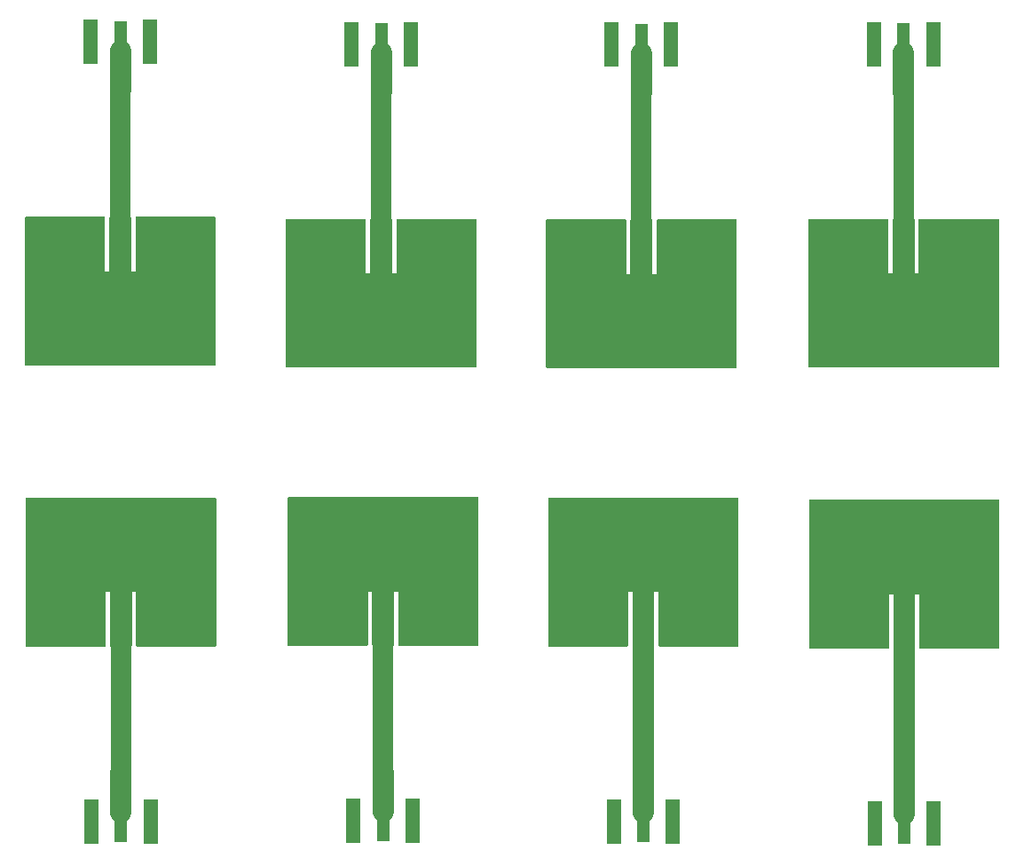
<source format=gbr>
%TF.GenerationSoftware,KiCad,Pcbnew,(5.1.8)-1*%
%TF.CreationDate,2020-12-04T16:42:46+03:00*%
%TF.ProjectId,Antenna,416e7465-6e6e-4612-9e6b-696361645f70,rev?*%
%TF.SameCoordinates,Original*%
%TF.FileFunction,Copper,L1,Top*%
%TF.FilePolarity,Positive*%
%FSLAX46Y46*%
G04 Gerber Fmt 4.6, Leading zero omitted, Abs format (unit mm)*
G04 Created by KiCad (PCBNEW (5.1.8)-1) date 2020-12-04 16:42:46*
%MOMM*%
%LPD*%
G01*
G04 APERTURE LIST*
%TA.AperFunction,SMDPad,CuDef*%
%ADD10R,1.350000X4.200000*%
%TD*%
%TA.AperFunction,SMDPad,CuDef*%
%ADD11R,1.270000X3.600000*%
%TD*%
%TA.AperFunction,SMDPad,CuDef*%
%ADD12C,0.100000*%
%TD*%
%TA.AperFunction,Conductor*%
%ADD13C,2.000000*%
%TD*%
G04 APERTURE END LIST*
D10*
%TO.P,J101,2*%
%TO.N,N/C*%
X146081000Y-42227500D03*
X140431000Y-42227500D03*
D11*
%TO.P,J101,1*%
X143256000Y-42027500D03*
%TD*%
D10*
%TO.P,J101,2*%
%TO.N,N/C*%
X220820500Y-42418000D03*
X215170500Y-42418000D03*
D11*
%TO.P,J101,1*%
X217995500Y-42218000D03*
%TD*%
D10*
%TO.P,J101,2*%
%TO.N,N/C*%
X170973000Y-42418000D03*
X165323000Y-42418000D03*
D11*
%TO.P,J101,1*%
X168148000Y-42218000D03*
%TD*%
%TO.P,J101,1*%
%TO.N,N/C*%
X192976500Y-42281500D03*
D10*
%TO.P,J101,2*%
X190151500Y-42481500D03*
X195801500Y-42481500D03*
%TD*%
%TA.AperFunction,SMDPad,CuDef*%
D12*
%TO.P,AE101,1*%
%TO.N,N/C*%
G36*
X183978363Y-73352495D02*
G01*
X183978302Y-73352498D01*
X183978241Y-73352495D01*
X183977604Y-73352490D01*
X183973098Y-73352207D01*
X183968547Y-73351952D01*
X183968206Y-73351899D01*
X183967853Y-73351877D01*
X183963372Y-73351151D01*
X183958892Y-73350458D01*
X183958551Y-73350370D01*
X183958209Y-73350315D01*
X183953861Y-73349166D01*
X183949429Y-73348028D01*
X183949098Y-73347908D01*
X183948763Y-73347819D01*
X183944495Y-73346232D01*
X183940248Y-73344686D01*
X183939938Y-73344537D01*
X183939606Y-73344414D01*
X183935488Y-73342405D01*
X183931438Y-73340465D01*
X183931141Y-73340285D01*
X183930825Y-73340131D01*
X183926961Y-73337754D01*
X183923081Y-73335404D01*
X183922800Y-73335194D01*
X183922503Y-73335011D01*
X183918878Y-73332259D01*
X183915258Y-73329551D01*
X183915002Y-73329318D01*
X183914721Y-73329104D01*
X183911378Y-73326008D01*
X183908043Y-73322963D01*
X183907809Y-73322703D01*
X183907553Y-73322466D01*
X183904538Y-73319070D01*
X183901506Y-73315703D01*
X183901300Y-73315423D01*
X183901066Y-73315160D01*
X183898403Y-73311494D01*
X183895708Y-73307839D01*
X183895527Y-73307536D01*
X183895324Y-73307256D01*
X183893051Y-73303383D01*
X183890705Y-73299447D01*
X183890555Y-73299128D01*
X183890380Y-73298830D01*
X183888503Y-73294768D01*
X183886545Y-73290607D01*
X183886426Y-73290272D01*
X183886282Y-73289961D01*
X183884813Y-73285743D01*
X183883268Y-73281403D01*
X183883182Y-73281059D01*
X183883069Y-73280734D01*
X183882013Y-73276369D01*
X183880904Y-73271923D01*
X183880853Y-73271576D01*
X183880771Y-73271238D01*
X183880148Y-73266801D01*
X183879477Y-73262258D01*
X183879460Y-73261902D01*
X183879412Y-73261563D01*
X183879223Y-73257053D01*
X183879000Y-73252500D01*
X183879000Y-59252500D01*
X183879005Y-59251863D01*
X183879002Y-59251802D01*
X183879005Y-59251741D01*
X183879010Y-59251104D01*
X183879293Y-59246598D01*
X183879548Y-59242047D01*
X183879601Y-59241706D01*
X183879623Y-59241353D01*
X183880349Y-59236872D01*
X183881042Y-59232392D01*
X183881130Y-59232051D01*
X183881185Y-59231709D01*
X183882334Y-59227361D01*
X183883472Y-59222929D01*
X183883592Y-59222598D01*
X183883681Y-59222263D01*
X183885268Y-59217995D01*
X183886814Y-59213748D01*
X183886963Y-59213438D01*
X183887086Y-59213106D01*
X183889095Y-59208988D01*
X183891035Y-59204938D01*
X183891215Y-59204641D01*
X183891369Y-59204325D01*
X183893746Y-59200461D01*
X183896096Y-59196581D01*
X183896306Y-59196300D01*
X183896489Y-59196003D01*
X183899241Y-59192378D01*
X183901949Y-59188758D01*
X183902182Y-59188502D01*
X183902396Y-59188221D01*
X183905492Y-59184878D01*
X183908537Y-59181543D01*
X183908797Y-59181309D01*
X183909034Y-59181053D01*
X183912430Y-59178038D01*
X183915797Y-59175006D01*
X183916077Y-59174800D01*
X183916340Y-59174566D01*
X183920006Y-59171903D01*
X183923661Y-59169208D01*
X183923964Y-59169027D01*
X183924244Y-59168824D01*
X183928117Y-59166551D01*
X183932053Y-59164205D01*
X183932372Y-59164055D01*
X183932670Y-59163880D01*
X183936732Y-59162003D01*
X183940893Y-59160045D01*
X183941228Y-59159926D01*
X183941539Y-59159782D01*
X183945757Y-59158313D01*
X183950097Y-59156768D01*
X183950441Y-59156682D01*
X183950766Y-59156569D01*
X183955131Y-59155513D01*
X183959577Y-59154404D01*
X183959924Y-59154353D01*
X183960262Y-59154271D01*
X183964699Y-59153648D01*
X183969242Y-59152977D01*
X183969598Y-59152960D01*
X183969937Y-59152912D01*
X183974447Y-59152723D01*
X183979000Y-59152500D01*
X191429000Y-59152500D01*
X191429637Y-59152505D01*
X191429698Y-59152502D01*
X191429759Y-59152505D01*
X191430396Y-59152510D01*
X191434902Y-59152793D01*
X191439453Y-59153048D01*
X191439794Y-59153101D01*
X191440147Y-59153123D01*
X191444628Y-59153849D01*
X191449108Y-59154542D01*
X191449449Y-59154630D01*
X191449791Y-59154685D01*
X191454139Y-59155834D01*
X191458571Y-59156972D01*
X191458902Y-59157092D01*
X191459237Y-59157181D01*
X191463505Y-59158768D01*
X191467752Y-59160314D01*
X191468062Y-59160463D01*
X191468394Y-59160586D01*
X191472512Y-59162595D01*
X191476562Y-59164535D01*
X191476859Y-59164715D01*
X191477175Y-59164869D01*
X191481039Y-59167246D01*
X191484919Y-59169596D01*
X191485200Y-59169806D01*
X191485497Y-59169989D01*
X191489122Y-59172741D01*
X191492742Y-59175449D01*
X191492998Y-59175682D01*
X191493279Y-59175896D01*
X191496622Y-59178992D01*
X191499957Y-59182037D01*
X191500191Y-59182297D01*
X191500447Y-59182534D01*
X191503462Y-59185930D01*
X191506494Y-59189297D01*
X191506700Y-59189577D01*
X191506934Y-59189840D01*
X191509597Y-59193506D01*
X191512292Y-59197161D01*
X191512473Y-59197464D01*
X191512676Y-59197744D01*
X191514949Y-59201617D01*
X191517295Y-59205553D01*
X191517445Y-59205872D01*
X191517620Y-59206170D01*
X191519497Y-59210232D01*
X191521455Y-59214393D01*
X191521574Y-59214728D01*
X191521718Y-59215039D01*
X191523187Y-59219257D01*
X191524732Y-59223597D01*
X191524818Y-59223941D01*
X191524931Y-59224266D01*
X191525987Y-59228631D01*
X191527096Y-59233077D01*
X191527147Y-59233424D01*
X191527229Y-59233762D01*
X191527852Y-59238199D01*
X191528523Y-59242742D01*
X191528540Y-59243098D01*
X191528588Y-59243437D01*
X191528777Y-59247947D01*
X191529000Y-59252500D01*
X191529000Y-64352500D01*
X191929000Y-64352500D01*
X191929000Y-59252500D01*
X191929005Y-59251863D01*
X191929002Y-59251802D01*
X191929005Y-59251741D01*
X191929010Y-59251104D01*
X191929293Y-59246598D01*
X191929548Y-59242047D01*
X191929601Y-59241706D01*
X191929623Y-59241353D01*
X191930349Y-59236872D01*
X191931042Y-59232392D01*
X191931130Y-59232051D01*
X191931185Y-59231709D01*
X191932334Y-59227361D01*
X191933472Y-59222929D01*
X191933592Y-59222598D01*
X191933681Y-59222263D01*
X191935268Y-59217995D01*
X191936814Y-59213748D01*
X191936963Y-59213438D01*
X191937086Y-59213106D01*
X191939095Y-59208988D01*
X191941035Y-59204938D01*
X191941215Y-59204641D01*
X191941369Y-59204325D01*
X191943746Y-59200461D01*
X191946096Y-59196581D01*
X191946306Y-59196300D01*
X191946489Y-59196003D01*
X191949241Y-59192378D01*
X191951949Y-59188758D01*
X191952182Y-59188502D01*
X191952396Y-59188221D01*
X191955492Y-59184878D01*
X191958537Y-59181543D01*
X191958797Y-59181309D01*
X191959034Y-59181053D01*
X191962430Y-59178038D01*
X191965797Y-59175006D01*
X191966077Y-59174800D01*
X191966340Y-59174566D01*
X191970006Y-59171903D01*
X191973661Y-59169208D01*
X191973964Y-59169027D01*
X191974244Y-59168824D01*
X191978117Y-59166551D01*
X191982053Y-59164205D01*
X191982372Y-59164055D01*
X191982670Y-59163880D01*
X191986732Y-59162003D01*
X191990893Y-59160045D01*
X191991228Y-59159926D01*
X191991539Y-59159782D01*
X191995757Y-59158313D01*
X192000097Y-59156768D01*
X192000441Y-59156682D01*
X192000766Y-59156569D01*
X192004000Y-59155786D01*
X192004000Y-46252500D01*
X192004005Y-46251863D01*
X192004002Y-46251802D01*
X192004005Y-46251741D01*
X192004010Y-46251104D01*
X192004293Y-46246598D01*
X192004548Y-46242047D01*
X192004601Y-46241706D01*
X192004623Y-46241353D01*
X192005349Y-46236872D01*
X192006042Y-46232392D01*
X192006130Y-46232051D01*
X192006185Y-46231709D01*
X192007334Y-46227361D01*
X192008472Y-46222929D01*
X192008592Y-46222598D01*
X192008681Y-46222263D01*
X192010268Y-46217995D01*
X192011814Y-46213748D01*
X192011963Y-46213438D01*
X192012086Y-46213106D01*
X192014095Y-46208988D01*
X192016035Y-46204938D01*
X192016215Y-46204641D01*
X192016369Y-46204325D01*
X192018746Y-46200461D01*
X192021096Y-46196581D01*
X192021306Y-46196300D01*
X192021489Y-46196003D01*
X192024241Y-46192378D01*
X192026949Y-46188758D01*
X192027182Y-46188502D01*
X192027396Y-46188221D01*
X192030492Y-46184878D01*
X192033537Y-46181543D01*
X192033797Y-46181309D01*
X192034034Y-46181053D01*
X192037430Y-46178038D01*
X192040797Y-46175006D01*
X192041077Y-46174800D01*
X192041340Y-46174566D01*
X192045006Y-46171903D01*
X192048661Y-46169208D01*
X192048964Y-46169027D01*
X192049244Y-46168824D01*
X192053117Y-46166551D01*
X192057053Y-46164205D01*
X192057372Y-46164055D01*
X192057670Y-46163880D01*
X192061732Y-46162003D01*
X192065893Y-46160045D01*
X192066228Y-46159926D01*
X192066539Y-46159782D01*
X192070757Y-46158313D01*
X192075097Y-46156768D01*
X192075441Y-46156682D01*
X192075766Y-46156569D01*
X192080131Y-46155513D01*
X192084577Y-46154404D01*
X192084924Y-46154353D01*
X192085262Y-46154271D01*
X192089699Y-46153648D01*
X192094242Y-46152977D01*
X192094598Y-46152960D01*
X192094937Y-46152912D01*
X192099447Y-46152723D01*
X192104000Y-46152500D01*
X193854000Y-46152500D01*
X193854637Y-46152505D01*
X193854698Y-46152502D01*
X193854759Y-46152505D01*
X193855396Y-46152510D01*
X193859902Y-46152793D01*
X193864453Y-46153048D01*
X193864794Y-46153101D01*
X193865147Y-46153123D01*
X193869628Y-46153849D01*
X193874108Y-46154542D01*
X193874449Y-46154630D01*
X193874791Y-46154685D01*
X193879139Y-46155834D01*
X193883571Y-46156972D01*
X193883902Y-46157092D01*
X193884237Y-46157181D01*
X193888505Y-46158768D01*
X193892752Y-46160314D01*
X193893062Y-46160463D01*
X193893394Y-46160586D01*
X193897512Y-46162595D01*
X193901562Y-46164535D01*
X193901859Y-46164715D01*
X193902175Y-46164869D01*
X193906039Y-46167246D01*
X193909919Y-46169596D01*
X193910200Y-46169806D01*
X193910497Y-46169989D01*
X193914122Y-46172741D01*
X193917742Y-46175449D01*
X193917998Y-46175682D01*
X193918279Y-46175896D01*
X193921622Y-46178992D01*
X193924957Y-46182037D01*
X193925191Y-46182297D01*
X193925447Y-46182534D01*
X193928462Y-46185930D01*
X193931494Y-46189297D01*
X193931700Y-46189577D01*
X193931934Y-46189840D01*
X193934597Y-46193506D01*
X193937292Y-46197161D01*
X193937473Y-46197464D01*
X193937676Y-46197744D01*
X193939949Y-46201617D01*
X193942295Y-46205553D01*
X193942445Y-46205872D01*
X193942620Y-46206170D01*
X193944497Y-46210232D01*
X193946455Y-46214393D01*
X193946574Y-46214728D01*
X193946718Y-46215039D01*
X193948187Y-46219257D01*
X193949732Y-46223597D01*
X193949818Y-46223941D01*
X193949931Y-46224266D01*
X193950987Y-46228631D01*
X193952096Y-46233077D01*
X193952147Y-46233424D01*
X193952229Y-46233762D01*
X193952852Y-46238199D01*
X193953523Y-46242742D01*
X193953540Y-46243098D01*
X193953588Y-46243437D01*
X193953777Y-46247947D01*
X193954000Y-46252500D01*
X193954000Y-59155797D01*
X193954139Y-59155834D01*
X193958571Y-59156972D01*
X193958902Y-59157092D01*
X193959237Y-59157181D01*
X193963505Y-59158768D01*
X193967752Y-59160314D01*
X193968062Y-59160463D01*
X193968394Y-59160586D01*
X193972512Y-59162595D01*
X193976562Y-59164535D01*
X193976859Y-59164715D01*
X193977175Y-59164869D01*
X193981039Y-59167246D01*
X193984919Y-59169596D01*
X193985200Y-59169806D01*
X193985497Y-59169989D01*
X193989122Y-59172741D01*
X193992742Y-59175449D01*
X193992998Y-59175682D01*
X193993279Y-59175896D01*
X193996622Y-59178992D01*
X193999957Y-59182037D01*
X194000191Y-59182297D01*
X194000447Y-59182534D01*
X194003462Y-59185930D01*
X194006494Y-59189297D01*
X194006700Y-59189577D01*
X194006934Y-59189840D01*
X194009597Y-59193506D01*
X194012292Y-59197161D01*
X194012473Y-59197464D01*
X194012676Y-59197744D01*
X194014949Y-59201617D01*
X194017295Y-59205553D01*
X194017445Y-59205872D01*
X194017620Y-59206170D01*
X194019497Y-59210232D01*
X194021455Y-59214393D01*
X194021574Y-59214728D01*
X194021718Y-59215039D01*
X194023187Y-59219257D01*
X194024732Y-59223597D01*
X194024818Y-59223941D01*
X194024931Y-59224266D01*
X194025987Y-59228631D01*
X194027096Y-59233077D01*
X194027147Y-59233424D01*
X194027229Y-59233762D01*
X194027852Y-59238199D01*
X194028523Y-59242742D01*
X194028540Y-59243098D01*
X194028588Y-59243437D01*
X194028777Y-59247947D01*
X194029000Y-59252500D01*
X194029000Y-64352500D01*
X194429000Y-64352500D01*
X194429000Y-59252500D01*
X194429005Y-59251863D01*
X194429002Y-59251802D01*
X194429005Y-59251741D01*
X194429010Y-59251104D01*
X194429293Y-59246598D01*
X194429548Y-59242047D01*
X194429601Y-59241706D01*
X194429623Y-59241353D01*
X194430349Y-59236872D01*
X194431042Y-59232392D01*
X194431130Y-59232051D01*
X194431185Y-59231709D01*
X194432334Y-59227361D01*
X194433472Y-59222929D01*
X194433592Y-59222598D01*
X194433681Y-59222263D01*
X194435268Y-59217995D01*
X194436814Y-59213748D01*
X194436963Y-59213438D01*
X194437086Y-59213106D01*
X194439095Y-59208988D01*
X194441035Y-59204938D01*
X194441215Y-59204641D01*
X194441369Y-59204325D01*
X194443746Y-59200461D01*
X194446096Y-59196581D01*
X194446306Y-59196300D01*
X194446489Y-59196003D01*
X194449241Y-59192378D01*
X194451949Y-59188758D01*
X194452182Y-59188502D01*
X194452396Y-59188221D01*
X194455492Y-59184878D01*
X194458537Y-59181543D01*
X194458797Y-59181309D01*
X194459034Y-59181053D01*
X194462430Y-59178038D01*
X194465797Y-59175006D01*
X194466077Y-59174800D01*
X194466340Y-59174566D01*
X194470006Y-59171903D01*
X194473661Y-59169208D01*
X194473964Y-59169027D01*
X194474244Y-59168824D01*
X194478117Y-59166551D01*
X194482053Y-59164205D01*
X194482372Y-59164055D01*
X194482670Y-59163880D01*
X194486732Y-59162003D01*
X194490893Y-59160045D01*
X194491228Y-59159926D01*
X194491539Y-59159782D01*
X194495757Y-59158313D01*
X194500097Y-59156768D01*
X194500441Y-59156682D01*
X194500766Y-59156569D01*
X194505131Y-59155513D01*
X194509577Y-59154404D01*
X194509924Y-59154353D01*
X194510262Y-59154271D01*
X194514699Y-59153648D01*
X194519242Y-59152977D01*
X194519598Y-59152960D01*
X194519937Y-59152912D01*
X194524447Y-59152723D01*
X194529000Y-59152500D01*
X201979000Y-59152500D01*
X201979637Y-59152505D01*
X201979698Y-59152502D01*
X201979759Y-59152505D01*
X201980396Y-59152510D01*
X201984902Y-59152793D01*
X201989453Y-59153048D01*
X201989794Y-59153101D01*
X201990147Y-59153123D01*
X201994628Y-59153849D01*
X201999108Y-59154542D01*
X201999449Y-59154630D01*
X201999791Y-59154685D01*
X202004139Y-59155834D01*
X202008571Y-59156972D01*
X202008902Y-59157092D01*
X202009237Y-59157181D01*
X202013505Y-59158768D01*
X202017752Y-59160314D01*
X202018062Y-59160463D01*
X202018394Y-59160586D01*
X202022512Y-59162595D01*
X202026562Y-59164535D01*
X202026859Y-59164715D01*
X202027175Y-59164869D01*
X202031039Y-59167246D01*
X202034919Y-59169596D01*
X202035200Y-59169806D01*
X202035497Y-59169989D01*
X202039122Y-59172741D01*
X202042742Y-59175449D01*
X202042998Y-59175682D01*
X202043279Y-59175896D01*
X202046622Y-59178992D01*
X202049957Y-59182037D01*
X202050191Y-59182297D01*
X202050447Y-59182534D01*
X202053462Y-59185930D01*
X202056494Y-59189297D01*
X202056700Y-59189577D01*
X202056934Y-59189840D01*
X202059597Y-59193506D01*
X202062292Y-59197161D01*
X202062473Y-59197464D01*
X202062676Y-59197744D01*
X202064949Y-59201617D01*
X202067295Y-59205553D01*
X202067445Y-59205872D01*
X202067620Y-59206170D01*
X202069497Y-59210232D01*
X202071455Y-59214393D01*
X202071574Y-59214728D01*
X202071718Y-59215039D01*
X202073187Y-59219257D01*
X202074732Y-59223597D01*
X202074818Y-59223941D01*
X202074931Y-59224266D01*
X202075987Y-59228631D01*
X202077096Y-59233077D01*
X202077147Y-59233424D01*
X202077229Y-59233762D01*
X202077852Y-59238199D01*
X202078523Y-59242742D01*
X202078540Y-59243098D01*
X202078588Y-59243437D01*
X202078777Y-59247947D01*
X202079000Y-59252500D01*
X202079000Y-73252500D01*
X202078995Y-73253137D01*
X202078998Y-73253198D01*
X202078995Y-73253259D01*
X202078990Y-73253896D01*
X202078707Y-73258402D01*
X202078452Y-73262953D01*
X202078399Y-73263294D01*
X202078377Y-73263647D01*
X202077651Y-73268128D01*
X202076958Y-73272608D01*
X202076870Y-73272949D01*
X202076815Y-73273291D01*
X202075666Y-73277639D01*
X202074528Y-73282071D01*
X202074408Y-73282402D01*
X202074319Y-73282737D01*
X202072732Y-73287005D01*
X202071186Y-73291252D01*
X202071037Y-73291562D01*
X202070914Y-73291894D01*
X202068905Y-73296012D01*
X202066965Y-73300062D01*
X202066785Y-73300359D01*
X202066631Y-73300675D01*
X202064254Y-73304539D01*
X202061904Y-73308419D01*
X202061694Y-73308700D01*
X202061511Y-73308997D01*
X202058759Y-73312622D01*
X202056051Y-73316242D01*
X202055818Y-73316498D01*
X202055604Y-73316779D01*
X202052508Y-73320122D01*
X202049463Y-73323457D01*
X202049203Y-73323691D01*
X202048966Y-73323947D01*
X202045570Y-73326962D01*
X202042203Y-73329994D01*
X202041923Y-73330200D01*
X202041660Y-73330434D01*
X202037994Y-73333097D01*
X202034339Y-73335792D01*
X202034036Y-73335973D01*
X202033756Y-73336176D01*
X202029883Y-73338449D01*
X202025947Y-73340795D01*
X202025628Y-73340945D01*
X202025330Y-73341120D01*
X202021268Y-73342997D01*
X202017107Y-73344955D01*
X202016772Y-73345074D01*
X202016461Y-73345218D01*
X202012243Y-73346687D01*
X202007903Y-73348232D01*
X202007559Y-73348318D01*
X202007234Y-73348431D01*
X202002869Y-73349487D01*
X201998423Y-73350596D01*
X201998076Y-73350647D01*
X201997738Y-73350729D01*
X201993301Y-73351352D01*
X201988758Y-73352023D01*
X201988402Y-73352040D01*
X201988063Y-73352088D01*
X201983553Y-73352277D01*
X201979000Y-73352500D01*
X183979000Y-73352500D01*
X183978363Y-73352495D01*
G37*
%TD.AperFunction*%
%TD*%
%TA.AperFunction,SMDPad,CuDef*%
%TO.P,AE101,1*%
%TO.N,N/C*%
G36*
X208997363Y-73288995D02*
G01*
X208997302Y-73288998D01*
X208997241Y-73288995D01*
X208996604Y-73288990D01*
X208992098Y-73288707D01*
X208987547Y-73288452D01*
X208987206Y-73288399D01*
X208986853Y-73288377D01*
X208982372Y-73287651D01*
X208977892Y-73286958D01*
X208977551Y-73286870D01*
X208977209Y-73286815D01*
X208972861Y-73285666D01*
X208968429Y-73284528D01*
X208968098Y-73284408D01*
X208967763Y-73284319D01*
X208963495Y-73282732D01*
X208959248Y-73281186D01*
X208958938Y-73281037D01*
X208958606Y-73280914D01*
X208954488Y-73278905D01*
X208950438Y-73276965D01*
X208950141Y-73276785D01*
X208949825Y-73276631D01*
X208945961Y-73274254D01*
X208942081Y-73271904D01*
X208941800Y-73271694D01*
X208941503Y-73271511D01*
X208937878Y-73268759D01*
X208934258Y-73266051D01*
X208934002Y-73265818D01*
X208933721Y-73265604D01*
X208930378Y-73262508D01*
X208927043Y-73259463D01*
X208926809Y-73259203D01*
X208926553Y-73258966D01*
X208923538Y-73255570D01*
X208920506Y-73252203D01*
X208920300Y-73251923D01*
X208920066Y-73251660D01*
X208917403Y-73247994D01*
X208914708Y-73244339D01*
X208914527Y-73244036D01*
X208914324Y-73243756D01*
X208912051Y-73239883D01*
X208909705Y-73235947D01*
X208909555Y-73235628D01*
X208909380Y-73235330D01*
X208907503Y-73231268D01*
X208905545Y-73227107D01*
X208905426Y-73226772D01*
X208905282Y-73226461D01*
X208903813Y-73222243D01*
X208902268Y-73217903D01*
X208902182Y-73217559D01*
X208902069Y-73217234D01*
X208901013Y-73212869D01*
X208899904Y-73208423D01*
X208899853Y-73208076D01*
X208899771Y-73207738D01*
X208899148Y-73203301D01*
X208898477Y-73198758D01*
X208898460Y-73198402D01*
X208898412Y-73198063D01*
X208898223Y-73193553D01*
X208898000Y-73189000D01*
X208898000Y-59189000D01*
X208898005Y-59188363D01*
X208898002Y-59188302D01*
X208898005Y-59188241D01*
X208898010Y-59187604D01*
X208898293Y-59183098D01*
X208898548Y-59178547D01*
X208898601Y-59178206D01*
X208898623Y-59177853D01*
X208899349Y-59173372D01*
X208900042Y-59168892D01*
X208900130Y-59168551D01*
X208900185Y-59168209D01*
X208901334Y-59163861D01*
X208902472Y-59159429D01*
X208902592Y-59159098D01*
X208902681Y-59158763D01*
X208904268Y-59154495D01*
X208905814Y-59150248D01*
X208905963Y-59149938D01*
X208906086Y-59149606D01*
X208908095Y-59145488D01*
X208910035Y-59141438D01*
X208910215Y-59141141D01*
X208910369Y-59140825D01*
X208912746Y-59136961D01*
X208915096Y-59133081D01*
X208915306Y-59132800D01*
X208915489Y-59132503D01*
X208918241Y-59128878D01*
X208920949Y-59125258D01*
X208921182Y-59125002D01*
X208921396Y-59124721D01*
X208924492Y-59121378D01*
X208927537Y-59118043D01*
X208927797Y-59117809D01*
X208928034Y-59117553D01*
X208931430Y-59114538D01*
X208934797Y-59111506D01*
X208935077Y-59111300D01*
X208935340Y-59111066D01*
X208939006Y-59108403D01*
X208942661Y-59105708D01*
X208942964Y-59105527D01*
X208943244Y-59105324D01*
X208947117Y-59103051D01*
X208951053Y-59100705D01*
X208951372Y-59100555D01*
X208951670Y-59100380D01*
X208955732Y-59098503D01*
X208959893Y-59096545D01*
X208960228Y-59096426D01*
X208960539Y-59096282D01*
X208964757Y-59094813D01*
X208969097Y-59093268D01*
X208969441Y-59093182D01*
X208969766Y-59093069D01*
X208974131Y-59092013D01*
X208978577Y-59090904D01*
X208978924Y-59090853D01*
X208979262Y-59090771D01*
X208983699Y-59090148D01*
X208988242Y-59089477D01*
X208988598Y-59089460D01*
X208988937Y-59089412D01*
X208993447Y-59089223D01*
X208998000Y-59089000D01*
X216448000Y-59089000D01*
X216448637Y-59089005D01*
X216448698Y-59089002D01*
X216448759Y-59089005D01*
X216449396Y-59089010D01*
X216453902Y-59089293D01*
X216458453Y-59089548D01*
X216458794Y-59089601D01*
X216459147Y-59089623D01*
X216463628Y-59090349D01*
X216468108Y-59091042D01*
X216468449Y-59091130D01*
X216468791Y-59091185D01*
X216473139Y-59092334D01*
X216477571Y-59093472D01*
X216477902Y-59093592D01*
X216478237Y-59093681D01*
X216482505Y-59095268D01*
X216486752Y-59096814D01*
X216487062Y-59096963D01*
X216487394Y-59097086D01*
X216491512Y-59099095D01*
X216495562Y-59101035D01*
X216495859Y-59101215D01*
X216496175Y-59101369D01*
X216500039Y-59103746D01*
X216503919Y-59106096D01*
X216504200Y-59106306D01*
X216504497Y-59106489D01*
X216508122Y-59109241D01*
X216511742Y-59111949D01*
X216511998Y-59112182D01*
X216512279Y-59112396D01*
X216515622Y-59115492D01*
X216518957Y-59118537D01*
X216519191Y-59118797D01*
X216519447Y-59119034D01*
X216522462Y-59122430D01*
X216525494Y-59125797D01*
X216525700Y-59126077D01*
X216525934Y-59126340D01*
X216528597Y-59130006D01*
X216531292Y-59133661D01*
X216531473Y-59133964D01*
X216531676Y-59134244D01*
X216533949Y-59138117D01*
X216536295Y-59142053D01*
X216536445Y-59142372D01*
X216536620Y-59142670D01*
X216538497Y-59146732D01*
X216540455Y-59150893D01*
X216540574Y-59151228D01*
X216540718Y-59151539D01*
X216542187Y-59155757D01*
X216543732Y-59160097D01*
X216543818Y-59160441D01*
X216543931Y-59160766D01*
X216544987Y-59165131D01*
X216546096Y-59169577D01*
X216546147Y-59169924D01*
X216546229Y-59170262D01*
X216546852Y-59174699D01*
X216547523Y-59179242D01*
X216547540Y-59179598D01*
X216547588Y-59179937D01*
X216547777Y-59184447D01*
X216548000Y-59189000D01*
X216548000Y-64289000D01*
X216948000Y-64289000D01*
X216948000Y-59189000D01*
X216948005Y-59188363D01*
X216948002Y-59188302D01*
X216948005Y-59188241D01*
X216948010Y-59187604D01*
X216948293Y-59183098D01*
X216948548Y-59178547D01*
X216948601Y-59178206D01*
X216948623Y-59177853D01*
X216949349Y-59173372D01*
X216950042Y-59168892D01*
X216950130Y-59168551D01*
X216950185Y-59168209D01*
X216951334Y-59163861D01*
X216952472Y-59159429D01*
X216952592Y-59159098D01*
X216952681Y-59158763D01*
X216954268Y-59154495D01*
X216955814Y-59150248D01*
X216955963Y-59149938D01*
X216956086Y-59149606D01*
X216958095Y-59145488D01*
X216960035Y-59141438D01*
X216960215Y-59141141D01*
X216960369Y-59140825D01*
X216962746Y-59136961D01*
X216965096Y-59133081D01*
X216965306Y-59132800D01*
X216965489Y-59132503D01*
X216968241Y-59128878D01*
X216970949Y-59125258D01*
X216971182Y-59125002D01*
X216971396Y-59124721D01*
X216974492Y-59121378D01*
X216977537Y-59118043D01*
X216977797Y-59117809D01*
X216978034Y-59117553D01*
X216981430Y-59114538D01*
X216984797Y-59111506D01*
X216985077Y-59111300D01*
X216985340Y-59111066D01*
X216989006Y-59108403D01*
X216992661Y-59105708D01*
X216992964Y-59105527D01*
X216993244Y-59105324D01*
X216997117Y-59103051D01*
X217001053Y-59100705D01*
X217001372Y-59100555D01*
X217001670Y-59100380D01*
X217005732Y-59098503D01*
X217009893Y-59096545D01*
X217010228Y-59096426D01*
X217010539Y-59096282D01*
X217014757Y-59094813D01*
X217019097Y-59093268D01*
X217019441Y-59093182D01*
X217019766Y-59093069D01*
X217023000Y-59092286D01*
X217023000Y-46189000D01*
X217023005Y-46188363D01*
X217023002Y-46188302D01*
X217023005Y-46188241D01*
X217023010Y-46187604D01*
X217023293Y-46183098D01*
X217023548Y-46178547D01*
X217023601Y-46178206D01*
X217023623Y-46177853D01*
X217024349Y-46173372D01*
X217025042Y-46168892D01*
X217025130Y-46168551D01*
X217025185Y-46168209D01*
X217026334Y-46163861D01*
X217027472Y-46159429D01*
X217027592Y-46159098D01*
X217027681Y-46158763D01*
X217029268Y-46154495D01*
X217030814Y-46150248D01*
X217030963Y-46149938D01*
X217031086Y-46149606D01*
X217033095Y-46145488D01*
X217035035Y-46141438D01*
X217035215Y-46141141D01*
X217035369Y-46140825D01*
X217037746Y-46136961D01*
X217040096Y-46133081D01*
X217040306Y-46132800D01*
X217040489Y-46132503D01*
X217043241Y-46128878D01*
X217045949Y-46125258D01*
X217046182Y-46125002D01*
X217046396Y-46124721D01*
X217049492Y-46121378D01*
X217052537Y-46118043D01*
X217052797Y-46117809D01*
X217053034Y-46117553D01*
X217056430Y-46114538D01*
X217059797Y-46111506D01*
X217060077Y-46111300D01*
X217060340Y-46111066D01*
X217064006Y-46108403D01*
X217067661Y-46105708D01*
X217067964Y-46105527D01*
X217068244Y-46105324D01*
X217072117Y-46103051D01*
X217076053Y-46100705D01*
X217076372Y-46100555D01*
X217076670Y-46100380D01*
X217080732Y-46098503D01*
X217084893Y-46096545D01*
X217085228Y-46096426D01*
X217085539Y-46096282D01*
X217089757Y-46094813D01*
X217094097Y-46093268D01*
X217094441Y-46093182D01*
X217094766Y-46093069D01*
X217099131Y-46092013D01*
X217103577Y-46090904D01*
X217103924Y-46090853D01*
X217104262Y-46090771D01*
X217108699Y-46090148D01*
X217113242Y-46089477D01*
X217113598Y-46089460D01*
X217113937Y-46089412D01*
X217118447Y-46089223D01*
X217123000Y-46089000D01*
X218873000Y-46089000D01*
X218873637Y-46089005D01*
X218873698Y-46089002D01*
X218873759Y-46089005D01*
X218874396Y-46089010D01*
X218878902Y-46089293D01*
X218883453Y-46089548D01*
X218883794Y-46089601D01*
X218884147Y-46089623D01*
X218888628Y-46090349D01*
X218893108Y-46091042D01*
X218893449Y-46091130D01*
X218893791Y-46091185D01*
X218898139Y-46092334D01*
X218902571Y-46093472D01*
X218902902Y-46093592D01*
X218903237Y-46093681D01*
X218907505Y-46095268D01*
X218911752Y-46096814D01*
X218912062Y-46096963D01*
X218912394Y-46097086D01*
X218916512Y-46099095D01*
X218920562Y-46101035D01*
X218920859Y-46101215D01*
X218921175Y-46101369D01*
X218925039Y-46103746D01*
X218928919Y-46106096D01*
X218929200Y-46106306D01*
X218929497Y-46106489D01*
X218933122Y-46109241D01*
X218936742Y-46111949D01*
X218936998Y-46112182D01*
X218937279Y-46112396D01*
X218940622Y-46115492D01*
X218943957Y-46118537D01*
X218944191Y-46118797D01*
X218944447Y-46119034D01*
X218947462Y-46122430D01*
X218950494Y-46125797D01*
X218950700Y-46126077D01*
X218950934Y-46126340D01*
X218953597Y-46130006D01*
X218956292Y-46133661D01*
X218956473Y-46133964D01*
X218956676Y-46134244D01*
X218958949Y-46138117D01*
X218961295Y-46142053D01*
X218961445Y-46142372D01*
X218961620Y-46142670D01*
X218963497Y-46146732D01*
X218965455Y-46150893D01*
X218965574Y-46151228D01*
X218965718Y-46151539D01*
X218967187Y-46155757D01*
X218968732Y-46160097D01*
X218968818Y-46160441D01*
X218968931Y-46160766D01*
X218969987Y-46165131D01*
X218971096Y-46169577D01*
X218971147Y-46169924D01*
X218971229Y-46170262D01*
X218971852Y-46174699D01*
X218972523Y-46179242D01*
X218972540Y-46179598D01*
X218972588Y-46179937D01*
X218972777Y-46184447D01*
X218973000Y-46189000D01*
X218973000Y-59092297D01*
X218973139Y-59092334D01*
X218977571Y-59093472D01*
X218977902Y-59093592D01*
X218978237Y-59093681D01*
X218982505Y-59095268D01*
X218986752Y-59096814D01*
X218987062Y-59096963D01*
X218987394Y-59097086D01*
X218991512Y-59099095D01*
X218995562Y-59101035D01*
X218995859Y-59101215D01*
X218996175Y-59101369D01*
X219000039Y-59103746D01*
X219003919Y-59106096D01*
X219004200Y-59106306D01*
X219004497Y-59106489D01*
X219008122Y-59109241D01*
X219011742Y-59111949D01*
X219011998Y-59112182D01*
X219012279Y-59112396D01*
X219015622Y-59115492D01*
X219018957Y-59118537D01*
X219019191Y-59118797D01*
X219019447Y-59119034D01*
X219022462Y-59122430D01*
X219025494Y-59125797D01*
X219025700Y-59126077D01*
X219025934Y-59126340D01*
X219028597Y-59130006D01*
X219031292Y-59133661D01*
X219031473Y-59133964D01*
X219031676Y-59134244D01*
X219033949Y-59138117D01*
X219036295Y-59142053D01*
X219036445Y-59142372D01*
X219036620Y-59142670D01*
X219038497Y-59146732D01*
X219040455Y-59150893D01*
X219040574Y-59151228D01*
X219040718Y-59151539D01*
X219042187Y-59155757D01*
X219043732Y-59160097D01*
X219043818Y-59160441D01*
X219043931Y-59160766D01*
X219044987Y-59165131D01*
X219046096Y-59169577D01*
X219046147Y-59169924D01*
X219046229Y-59170262D01*
X219046852Y-59174699D01*
X219047523Y-59179242D01*
X219047540Y-59179598D01*
X219047588Y-59179937D01*
X219047777Y-59184447D01*
X219048000Y-59189000D01*
X219048000Y-64289000D01*
X219448000Y-64289000D01*
X219448000Y-59189000D01*
X219448005Y-59188363D01*
X219448002Y-59188302D01*
X219448005Y-59188241D01*
X219448010Y-59187604D01*
X219448293Y-59183098D01*
X219448548Y-59178547D01*
X219448601Y-59178206D01*
X219448623Y-59177853D01*
X219449349Y-59173372D01*
X219450042Y-59168892D01*
X219450130Y-59168551D01*
X219450185Y-59168209D01*
X219451334Y-59163861D01*
X219452472Y-59159429D01*
X219452592Y-59159098D01*
X219452681Y-59158763D01*
X219454268Y-59154495D01*
X219455814Y-59150248D01*
X219455963Y-59149938D01*
X219456086Y-59149606D01*
X219458095Y-59145488D01*
X219460035Y-59141438D01*
X219460215Y-59141141D01*
X219460369Y-59140825D01*
X219462746Y-59136961D01*
X219465096Y-59133081D01*
X219465306Y-59132800D01*
X219465489Y-59132503D01*
X219468241Y-59128878D01*
X219470949Y-59125258D01*
X219471182Y-59125002D01*
X219471396Y-59124721D01*
X219474492Y-59121378D01*
X219477537Y-59118043D01*
X219477797Y-59117809D01*
X219478034Y-59117553D01*
X219481430Y-59114538D01*
X219484797Y-59111506D01*
X219485077Y-59111300D01*
X219485340Y-59111066D01*
X219489006Y-59108403D01*
X219492661Y-59105708D01*
X219492964Y-59105527D01*
X219493244Y-59105324D01*
X219497117Y-59103051D01*
X219501053Y-59100705D01*
X219501372Y-59100555D01*
X219501670Y-59100380D01*
X219505732Y-59098503D01*
X219509893Y-59096545D01*
X219510228Y-59096426D01*
X219510539Y-59096282D01*
X219514757Y-59094813D01*
X219519097Y-59093268D01*
X219519441Y-59093182D01*
X219519766Y-59093069D01*
X219524131Y-59092013D01*
X219528577Y-59090904D01*
X219528924Y-59090853D01*
X219529262Y-59090771D01*
X219533699Y-59090148D01*
X219538242Y-59089477D01*
X219538598Y-59089460D01*
X219538937Y-59089412D01*
X219543447Y-59089223D01*
X219548000Y-59089000D01*
X226998000Y-59089000D01*
X226998637Y-59089005D01*
X226998698Y-59089002D01*
X226998759Y-59089005D01*
X226999396Y-59089010D01*
X227003902Y-59089293D01*
X227008453Y-59089548D01*
X227008794Y-59089601D01*
X227009147Y-59089623D01*
X227013628Y-59090349D01*
X227018108Y-59091042D01*
X227018449Y-59091130D01*
X227018791Y-59091185D01*
X227023139Y-59092334D01*
X227027571Y-59093472D01*
X227027902Y-59093592D01*
X227028237Y-59093681D01*
X227032505Y-59095268D01*
X227036752Y-59096814D01*
X227037062Y-59096963D01*
X227037394Y-59097086D01*
X227041512Y-59099095D01*
X227045562Y-59101035D01*
X227045859Y-59101215D01*
X227046175Y-59101369D01*
X227050039Y-59103746D01*
X227053919Y-59106096D01*
X227054200Y-59106306D01*
X227054497Y-59106489D01*
X227058122Y-59109241D01*
X227061742Y-59111949D01*
X227061998Y-59112182D01*
X227062279Y-59112396D01*
X227065622Y-59115492D01*
X227068957Y-59118537D01*
X227069191Y-59118797D01*
X227069447Y-59119034D01*
X227072462Y-59122430D01*
X227075494Y-59125797D01*
X227075700Y-59126077D01*
X227075934Y-59126340D01*
X227078597Y-59130006D01*
X227081292Y-59133661D01*
X227081473Y-59133964D01*
X227081676Y-59134244D01*
X227083949Y-59138117D01*
X227086295Y-59142053D01*
X227086445Y-59142372D01*
X227086620Y-59142670D01*
X227088497Y-59146732D01*
X227090455Y-59150893D01*
X227090574Y-59151228D01*
X227090718Y-59151539D01*
X227092187Y-59155757D01*
X227093732Y-59160097D01*
X227093818Y-59160441D01*
X227093931Y-59160766D01*
X227094987Y-59165131D01*
X227096096Y-59169577D01*
X227096147Y-59169924D01*
X227096229Y-59170262D01*
X227096852Y-59174699D01*
X227097523Y-59179242D01*
X227097540Y-59179598D01*
X227097588Y-59179937D01*
X227097777Y-59184447D01*
X227098000Y-59189000D01*
X227098000Y-73189000D01*
X227097995Y-73189637D01*
X227097998Y-73189698D01*
X227097995Y-73189759D01*
X227097990Y-73190396D01*
X227097707Y-73194902D01*
X227097452Y-73199453D01*
X227097399Y-73199794D01*
X227097377Y-73200147D01*
X227096651Y-73204628D01*
X227095958Y-73209108D01*
X227095870Y-73209449D01*
X227095815Y-73209791D01*
X227094666Y-73214139D01*
X227093528Y-73218571D01*
X227093408Y-73218902D01*
X227093319Y-73219237D01*
X227091732Y-73223505D01*
X227090186Y-73227752D01*
X227090037Y-73228062D01*
X227089914Y-73228394D01*
X227087905Y-73232512D01*
X227085965Y-73236562D01*
X227085785Y-73236859D01*
X227085631Y-73237175D01*
X227083254Y-73241039D01*
X227080904Y-73244919D01*
X227080694Y-73245200D01*
X227080511Y-73245497D01*
X227077759Y-73249122D01*
X227075051Y-73252742D01*
X227074818Y-73252998D01*
X227074604Y-73253279D01*
X227071508Y-73256622D01*
X227068463Y-73259957D01*
X227068203Y-73260191D01*
X227067966Y-73260447D01*
X227064570Y-73263462D01*
X227061203Y-73266494D01*
X227060923Y-73266700D01*
X227060660Y-73266934D01*
X227056994Y-73269597D01*
X227053339Y-73272292D01*
X227053036Y-73272473D01*
X227052756Y-73272676D01*
X227048883Y-73274949D01*
X227044947Y-73277295D01*
X227044628Y-73277445D01*
X227044330Y-73277620D01*
X227040268Y-73279497D01*
X227036107Y-73281455D01*
X227035772Y-73281574D01*
X227035461Y-73281718D01*
X227031243Y-73283187D01*
X227026903Y-73284732D01*
X227026559Y-73284818D01*
X227026234Y-73284931D01*
X227021869Y-73285987D01*
X227017423Y-73287096D01*
X227017076Y-73287147D01*
X227016738Y-73287229D01*
X227012301Y-73287852D01*
X227007758Y-73288523D01*
X227007402Y-73288540D01*
X227007063Y-73288588D01*
X227002553Y-73288777D01*
X226998000Y-73289000D01*
X208998000Y-73289000D01*
X208997363Y-73288995D01*
G37*
%TD.AperFunction*%
%TD*%
%TA.AperFunction,SMDPad,CuDef*%
%TO.P,AE101,1*%
%TO.N,N/C*%
G36*
X159149863Y-73288995D02*
G01*
X159149802Y-73288998D01*
X159149741Y-73288995D01*
X159149104Y-73288990D01*
X159144598Y-73288707D01*
X159140047Y-73288452D01*
X159139706Y-73288399D01*
X159139353Y-73288377D01*
X159134872Y-73287651D01*
X159130392Y-73286958D01*
X159130051Y-73286870D01*
X159129709Y-73286815D01*
X159125361Y-73285666D01*
X159120929Y-73284528D01*
X159120598Y-73284408D01*
X159120263Y-73284319D01*
X159115995Y-73282732D01*
X159111748Y-73281186D01*
X159111438Y-73281037D01*
X159111106Y-73280914D01*
X159106988Y-73278905D01*
X159102938Y-73276965D01*
X159102641Y-73276785D01*
X159102325Y-73276631D01*
X159098461Y-73274254D01*
X159094581Y-73271904D01*
X159094300Y-73271694D01*
X159094003Y-73271511D01*
X159090378Y-73268759D01*
X159086758Y-73266051D01*
X159086502Y-73265818D01*
X159086221Y-73265604D01*
X159082878Y-73262508D01*
X159079543Y-73259463D01*
X159079309Y-73259203D01*
X159079053Y-73258966D01*
X159076038Y-73255570D01*
X159073006Y-73252203D01*
X159072800Y-73251923D01*
X159072566Y-73251660D01*
X159069903Y-73247994D01*
X159067208Y-73244339D01*
X159067027Y-73244036D01*
X159066824Y-73243756D01*
X159064551Y-73239883D01*
X159062205Y-73235947D01*
X159062055Y-73235628D01*
X159061880Y-73235330D01*
X159060003Y-73231268D01*
X159058045Y-73227107D01*
X159057926Y-73226772D01*
X159057782Y-73226461D01*
X159056313Y-73222243D01*
X159054768Y-73217903D01*
X159054682Y-73217559D01*
X159054569Y-73217234D01*
X159053513Y-73212869D01*
X159052404Y-73208423D01*
X159052353Y-73208076D01*
X159052271Y-73207738D01*
X159051648Y-73203301D01*
X159050977Y-73198758D01*
X159050960Y-73198402D01*
X159050912Y-73198063D01*
X159050723Y-73193553D01*
X159050500Y-73189000D01*
X159050500Y-59189000D01*
X159050505Y-59188363D01*
X159050502Y-59188302D01*
X159050505Y-59188241D01*
X159050510Y-59187604D01*
X159050793Y-59183098D01*
X159051048Y-59178547D01*
X159051101Y-59178206D01*
X159051123Y-59177853D01*
X159051849Y-59173372D01*
X159052542Y-59168892D01*
X159052630Y-59168551D01*
X159052685Y-59168209D01*
X159053834Y-59163861D01*
X159054972Y-59159429D01*
X159055092Y-59159098D01*
X159055181Y-59158763D01*
X159056768Y-59154495D01*
X159058314Y-59150248D01*
X159058463Y-59149938D01*
X159058586Y-59149606D01*
X159060595Y-59145488D01*
X159062535Y-59141438D01*
X159062715Y-59141141D01*
X159062869Y-59140825D01*
X159065246Y-59136961D01*
X159067596Y-59133081D01*
X159067806Y-59132800D01*
X159067989Y-59132503D01*
X159070741Y-59128878D01*
X159073449Y-59125258D01*
X159073682Y-59125002D01*
X159073896Y-59124721D01*
X159076992Y-59121378D01*
X159080037Y-59118043D01*
X159080297Y-59117809D01*
X159080534Y-59117553D01*
X159083930Y-59114538D01*
X159087297Y-59111506D01*
X159087577Y-59111300D01*
X159087840Y-59111066D01*
X159091506Y-59108403D01*
X159095161Y-59105708D01*
X159095464Y-59105527D01*
X159095744Y-59105324D01*
X159099617Y-59103051D01*
X159103553Y-59100705D01*
X159103872Y-59100555D01*
X159104170Y-59100380D01*
X159108232Y-59098503D01*
X159112393Y-59096545D01*
X159112728Y-59096426D01*
X159113039Y-59096282D01*
X159117257Y-59094813D01*
X159121597Y-59093268D01*
X159121941Y-59093182D01*
X159122266Y-59093069D01*
X159126631Y-59092013D01*
X159131077Y-59090904D01*
X159131424Y-59090853D01*
X159131762Y-59090771D01*
X159136199Y-59090148D01*
X159140742Y-59089477D01*
X159141098Y-59089460D01*
X159141437Y-59089412D01*
X159145947Y-59089223D01*
X159150500Y-59089000D01*
X166600500Y-59089000D01*
X166601137Y-59089005D01*
X166601198Y-59089002D01*
X166601259Y-59089005D01*
X166601896Y-59089010D01*
X166606402Y-59089293D01*
X166610953Y-59089548D01*
X166611294Y-59089601D01*
X166611647Y-59089623D01*
X166616128Y-59090349D01*
X166620608Y-59091042D01*
X166620949Y-59091130D01*
X166621291Y-59091185D01*
X166625639Y-59092334D01*
X166630071Y-59093472D01*
X166630402Y-59093592D01*
X166630737Y-59093681D01*
X166635005Y-59095268D01*
X166639252Y-59096814D01*
X166639562Y-59096963D01*
X166639894Y-59097086D01*
X166644012Y-59099095D01*
X166648062Y-59101035D01*
X166648359Y-59101215D01*
X166648675Y-59101369D01*
X166652539Y-59103746D01*
X166656419Y-59106096D01*
X166656700Y-59106306D01*
X166656997Y-59106489D01*
X166660622Y-59109241D01*
X166664242Y-59111949D01*
X166664498Y-59112182D01*
X166664779Y-59112396D01*
X166668122Y-59115492D01*
X166671457Y-59118537D01*
X166671691Y-59118797D01*
X166671947Y-59119034D01*
X166674962Y-59122430D01*
X166677994Y-59125797D01*
X166678200Y-59126077D01*
X166678434Y-59126340D01*
X166681097Y-59130006D01*
X166683792Y-59133661D01*
X166683973Y-59133964D01*
X166684176Y-59134244D01*
X166686449Y-59138117D01*
X166688795Y-59142053D01*
X166688945Y-59142372D01*
X166689120Y-59142670D01*
X166690997Y-59146732D01*
X166692955Y-59150893D01*
X166693074Y-59151228D01*
X166693218Y-59151539D01*
X166694687Y-59155757D01*
X166696232Y-59160097D01*
X166696318Y-59160441D01*
X166696431Y-59160766D01*
X166697487Y-59165131D01*
X166698596Y-59169577D01*
X166698647Y-59169924D01*
X166698729Y-59170262D01*
X166699352Y-59174699D01*
X166700023Y-59179242D01*
X166700040Y-59179598D01*
X166700088Y-59179937D01*
X166700277Y-59184447D01*
X166700500Y-59189000D01*
X166700500Y-64289000D01*
X167100500Y-64289000D01*
X167100500Y-59189000D01*
X167100505Y-59188363D01*
X167100502Y-59188302D01*
X167100505Y-59188241D01*
X167100510Y-59187604D01*
X167100793Y-59183098D01*
X167101048Y-59178547D01*
X167101101Y-59178206D01*
X167101123Y-59177853D01*
X167101849Y-59173372D01*
X167102542Y-59168892D01*
X167102630Y-59168551D01*
X167102685Y-59168209D01*
X167103834Y-59163861D01*
X167104972Y-59159429D01*
X167105092Y-59159098D01*
X167105181Y-59158763D01*
X167106768Y-59154495D01*
X167108314Y-59150248D01*
X167108463Y-59149938D01*
X167108586Y-59149606D01*
X167110595Y-59145488D01*
X167112535Y-59141438D01*
X167112715Y-59141141D01*
X167112869Y-59140825D01*
X167115246Y-59136961D01*
X167117596Y-59133081D01*
X167117806Y-59132800D01*
X167117989Y-59132503D01*
X167120741Y-59128878D01*
X167123449Y-59125258D01*
X167123682Y-59125002D01*
X167123896Y-59124721D01*
X167126992Y-59121378D01*
X167130037Y-59118043D01*
X167130297Y-59117809D01*
X167130534Y-59117553D01*
X167133930Y-59114538D01*
X167137297Y-59111506D01*
X167137577Y-59111300D01*
X167137840Y-59111066D01*
X167141506Y-59108403D01*
X167145161Y-59105708D01*
X167145464Y-59105527D01*
X167145744Y-59105324D01*
X167149617Y-59103051D01*
X167153553Y-59100705D01*
X167153872Y-59100555D01*
X167154170Y-59100380D01*
X167158232Y-59098503D01*
X167162393Y-59096545D01*
X167162728Y-59096426D01*
X167163039Y-59096282D01*
X167167257Y-59094813D01*
X167171597Y-59093268D01*
X167171941Y-59093182D01*
X167172266Y-59093069D01*
X167175500Y-59092286D01*
X167175500Y-46189000D01*
X167175505Y-46188363D01*
X167175502Y-46188302D01*
X167175505Y-46188241D01*
X167175510Y-46187604D01*
X167175793Y-46183098D01*
X167176048Y-46178547D01*
X167176101Y-46178206D01*
X167176123Y-46177853D01*
X167176849Y-46173372D01*
X167177542Y-46168892D01*
X167177630Y-46168551D01*
X167177685Y-46168209D01*
X167178834Y-46163861D01*
X167179972Y-46159429D01*
X167180092Y-46159098D01*
X167180181Y-46158763D01*
X167181768Y-46154495D01*
X167183314Y-46150248D01*
X167183463Y-46149938D01*
X167183586Y-46149606D01*
X167185595Y-46145488D01*
X167187535Y-46141438D01*
X167187715Y-46141141D01*
X167187869Y-46140825D01*
X167190246Y-46136961D01*
X167192596Y-46133081D01*
X167192806Y-46132800D01*
X167192989Y-46132503D01*
X167195741Y-46128878D01*
X167198449Y-46125258D01*
X167198682Y-46125002D01*
X167198896Y-46124721D01*
X167201992Y-46121378D01*
X167205037Y-46118043D01*
X167205297Y-46117809D01*
X167205534Y-46117553D01*
X167208930Y-46114538D01*
X167212297Y-46111506D01*
X167212577Y-46111300D01*
X167212840Y-46111066D01*
X167216506Y-46108403D01*
X167220161Y-46105708D01*
X167220464Y-46105527D01*
X167220744Y-46105324D01*
X167224617Y-46103051D01*
X167228553Y-46100705D01*
X167228872Y-46100555D01*
X167229170Y-46100380D01*
X167233232Y-46098503D01*
X167237393Y-46096545D01*
X167237728Y-46096426D01*
X167238039Y-46096282D01*
X167242257Y-46094813D01*
X167246597Y-46093268D01*
X167246941Y-46093182D01*
X167247266Y-46093069D01*
X167251631Y-46092013D01*
X167256077Y-46090904D01*
X167256424Y-46090853D01*
X167256762Y-46090771D01*
X167261199Y-46090148D01*
X167265742Y-46089477D01*
X167266098Y-46089460D01*
X167266437Y-46089412D01*
X167270947Y-46089223D01*
X167275500Y-46089000D01*
X169025500Y-46089000D01*
X169026137Y-46089005D01*
X169026198Y-46089002D01*
X169026259Y-46089005D01*
X169026896Y-46089010D01*
X169031402Y-46089293D01*
X169035953Y-46089548D01*
X169036294Y-46089601D01*
X169036647Y-46089623D01*
X169041128Y-46090349D01*
X169045608Y-46091042D01*
X169045949Y-46091130D01*
X169046291Y-46091185D01*
X169050639Y-46092334D01*
X169055071Y-46093472D01*
X169055402Y-46093592D01*
X169055737Y-46093681D01*
X169060005Y-46095268D01*
X169064252Y-46096814D01*
X169064562Y-46096963D01*
X169064894Y-46097086D01*
X169069012Y-46099095D01*
X169073062Y-46101035D01*
X169073359Y-46101215D01*
X169073675Y-46101369D01*
X169077539Y-46103746D01*
X169081419Y-46106096D01*
X169081700Y-46106306D01*
X169081997Y-46106489D01*
X169085622Y-46109241D01*
X169089242Y-46111949D01*
X169089498Y-46112182D01*
X169089779Y-46112396D01*
X169093122Y-46115492D01*
X169096457Y-46118537D01*
X169096691Y-46118797D01*
X169096947Y-46119034D01*
X169099962Y-46122430D01*
X169102994Y-46125797D01*
X169103200Y-46126077D01*
X169103434Y-46126340D01*
X169106097Y-46130006D01*
X169108792Y-46133661D01*
X169108973Y-46133964D01*
X169109176Y-46134244D01*
X169111449Y-46138117D01*
X169113795Y-46142053D01*
X169113945Y-46142372D01*
X169114120Y-46142670D01*
X169115997Y-46146732D01*
X169117955Y-46150893D01*
X169118074Y-46151228D01*
X169118218Y-46151539D01*
X169119687Y-46155757D01*
X169121232Y-46160097D01*
X169121318Y-46160441D01*
X169121431Y-46160766D01*
X169122487Y-46165131D01*
X169123596Y-46169577D01*
X169123647Y-46169924D01*
X169123729Y-46170262D01*
X169124352Y-46174699D01*
X169125023Y-46179242D01*
X169125040Y-46179598D01*
X169125088Y-46179937D01*
X169125277Y-46184447D01*
X169125500Y-46189000D01*
X169125500Y-59092297D01*
X169125639Y-59092334D01*
X169130071Y-59093472D01*
X169130402Y-59093592D01*
X169130737Y-59093681D01*
X169135005Y-59095268D01*
X169139252Y-59096814D01*
X169139562Y-59096963D01*
X169139894Y-59097086D01*
X169144012Y-59099095D01*
X169148062Y-59101035D01*
X169148359Y-59101215D01*
X169148675Y-59101369D01*
X169152539Y-59103746D01*
X169156419Y-59106096D01*
X169156700Y-59106306D01*
X169156997Y-59106489D01*
X169160622Y-59109241D01*
X169164242Y-59111949D01*
X169164498Y-59112182D01*
X169164779Y-59112396D01*
X169168122Y-59115492D01*
X169171457Y-59118537D01*
X169171691Y-59118797D01*
X169171947Y-59119034D01*
X169174962Y-59122430D01*
X169177994Y-59125797D01*
X169178200Y-59126077D01*
X169178434Y-59126340D01*
X169181097Y-59130006D01*
X169183792Y-59133661D01*
X169183973Y-59133964D01*
X169184176Y-59134244D01*
X169186449Y-59138117D01*
X169188795Y-59142053D01*
X169188945Y-59142372D01*
X169189120Y-59142670D01*
X169190997Y-59146732D01*
X169192955Y-59150893D01*
X169193074Y-59151228D01*
X169193218Y-59151539D01*
X169194687Y-59155757D01*
X169196232Y-59160097D01*
X169196318Y-59160441D01*
X169196431Y-59160766D01*
X169197487Y-59165131D01*
X169198596Y-59169577D01*
X169198647Y-59169924D01*
X169198729Y-59170262D01*
X169199352Y-59174699D01*
X169200023Y-59179242D01*
X169200040Y-59179598D01*
X169200088Y-59179937D01*
X169200277Y-59184447D01*
X169200500Y-59189000D01*
X169200500Y-64289000D01*
X169600500Y-64289000D01*
X169600500Y-59189000D01*
X169600505Y-59188363D01*
X169600502Y-59188302D01*
X169600505Y-59188241D01*
X169600510Y-59187604D01*
X169600793Y-59183098D01*
X169601048Y-59178547D01*
X169601101Y-59178206D01*
X169601123Y-59177853D01*
X169601849Y-59173372D01*
X169602542Y-59168892D01*
X169602630Y-59168551D01*
X169602685Y-59168209D01*
X169603834Y-59163861D01*
X169604972Y-59159429D01*
X169605092Y-59159098D01*
X169605181Y-59158763D01*
X169606768Y-59154495D01*
X169608314Y-59150248D01*
X169608463Y-59149938D01*
X169608586Y-59149606D01*
X169610595Y-59145488D01*
X169612535Y-59141438D01*
X169612715Y-59141141D01*
X169612869Y-59140825D01*
X169615246Y-59136961D01*
X169617596Y-59133081D01*
X169617806Y-59132800D01*
X169617989Y-59132503D01*
X169620741Y-59128878D01*
X169623449Y-59125258D01*
X169623682Y-59125002D01*
X169623896Y-59124721D01*
X169626992Y-59121378D01*
X169630037Y-59118043D01*
X169630297Y-59117809D01*
X169630534Y-59117553D01*
X169633930Y-59114538D01*
X169637297Y-59111506D01*
X169637577Y-59111300D01*
X169637840Y-59111066D01*
X169641506Y-59108403D01*
X169645161Y-59105708D01*
X169645464Y-59105527D01*
X169645744Y-59105324D01*
X169649617Y-59103051D01*
X169653553Y-59100705D01*
X169653872Y-59100555D01*
X169654170Y-59100380D01*
X169658232Y-59098503D01*
X169662393Y-59096545D01*
X169662728Y-59096426D01*
X169663039Y-59096282D01*
X169667257Y-59094813D01*
X169671597Y-59093268D01*
X169671941Y-59093182D01*
X169672266Y-59093069D01*
X169676631Y-59092013D01*
X169681077Y-59090904D01*
X169681424Y-59090853D01*
X169681762Y-59090771D01*
X169686199Y-59090148D01*
X169690742Y-59089477D01*
X169691098Y-59089460D01*
X169691437Y-59089412D01*
X169695947Y-59089223D01*
X169700500Y-59089000D01*
X177150500Y-59089000D01*
X177151137Y-59089005D01*
X177151198Y-59089002D01*
X177151259Y-59089005D01*
X177151896Y-59089010D01*
X177156402Y-59089293D01*
X177160953Y-59089548D01*
X177161294Y-59089601D01*
X177161647Y-59089623D01*
X177166128Y-59090349D01*
X177170608Y-59091042D01*
X177170949Y-59091130D01*
X177171291Y-59091185D01*
X177175639Y-59092334D01*
X177180071Y-59093472D01*
X177180402Y-59093592D01*
X177180737Y-59093681D01*
X177185005Y-59095268D01*
X177189252Y-59096814D01*
X177189562Y-59096963D01*
X177189894Y-59097086D01*
X177194012Y-59099095D01*
X177198062Y-59101035D01*
X177198359Y-59101215D01*
X177198675Y-59101369D01*
X177202539Y-59103746D01*
X177206419Y-59106096D01*
X177206700Y-59106306D01*
X177206997Y-59106489D01*
X177210622Y-59109241D01*
X177214242Y-59111949D01*
X177214498Y-59112182D01*
X177214779Y-59112396D01*
X177218122Y-59115492D01*
X177221457Y-59118537D01*
X177221691Y-59118797D01*
X177221947Y-59119034D01*
X177224962Y-59122430D01*
X177227994Y-59125797D01*
X177228200Y-59126077D01*
X177228434Y-59126340D01*
X177231097Y-59130006D01*
X177233792Y-59133661D01*
X177233973Y-59133964D01*
X177234176Y-59134244D01*
X177236449Y-59138117D01*
X177238795Y-59142053D01*
X177238945Y-59142372D01*
X177239120Y-59142670D01*
X177240997Y-59146732D01*
X177242955Y-59150893D01*
X177243074Y-59151228D01*
X177243218Y-59151539D01*
X177244687Y-59155757D01*
X177246232Y-59160097D01*
X177246318Y-59160441D01*
X177246431Y-59160766D01*
X177247487Y-59165131D01*
X177248596Y-59169577D01*
X177248647Y-59169924D01*
X177248729Y-59170262D01*
X177249352Y-59174699D01*
X177250023Y-59179242D01*
X177250040Y-59179598D01*
X177250088Y-59179937D01*
X177250277Y-59184447D01*
X177250500Y-59189000D01*
X177250500Y-73189000D01*
X177250495Y-73189637D01*
X177250498Y-73189698D01*
X177250495Y-73189759D01*
X177250490Y-73190396D01*
X177250207Y-73194902D01*
X177249952Y-73199453D01*
X177249899Y-73199794D01*
X177249877Y-73200147D01*
X177249151Y-73204628D01*
X177248458Y-73209108D01*
X177248370Y-73209449D01*
X177248315Y-73209791D01*
X177247166Y-73214139D01*
X177246028Y-73218571D01*
X177245908Y-73218902D01*
X177245819Y-73219237D01*
X177244232Y-73223505D01*
X177242686Y-73227752D01*
X177242537Y-73228062D01*
X177242414Y-73228394D01*
X177240405Y-73232512D01*
X177238465Y-73236562D01*
X177238285Y-73236859D01*
X177238131Y-73237175D01*
X177235754Y-73241039D01*
X177233404Y-73244919D01*
X177233194Y-73245200D01*
X177233011Y-73245497D01*
X177230259Y-73249122D01*
X177227551Y-73252742D01*
X177227318Y-73252998D01*
X177227104Y-73253279D01*
X177224008Y-73256622D01*
X177220963Y-73259957D01*
X177220703Y-73260191D01*
X177220466Y-73260447D01*
X177217070Y-73263462D01*
X177213703Y-73266494D01*
X177213423Y-73266700D01*
X177213160Y-73266934D01*
X177209494Y-73269597D01*
X177205839Y-73272292D01*
X177205536Y-73272473D01*
X177205256Y-73272676D01*
X177201383Y-73274949D01*
X177197447Y-73277295D01*
X177197128Y-73277445D01*
X177196830Y-73277620D01*
X177192768Y-73279497D01*
X177188607Y-73281455D01*
X177188272Y-73281574D01*
X177187961Y-73281718D01*
X177183743Y-73283187D01*
X177179403Y-73284732D01*
X177179059Y-73284818D01*
X177178734Y-73284931D01*
X177174369Y-73285987D01*
X177169923Y-73287096D01*
X177169576Y-73287147D01*
X177169238Y-73287229D01*
X177164801Y-73287852D01*
X177160258Y-73288523D01*
X177159902Y-73288540D01*
X177159563Y-73288588D01*
X177155053Y-73288777D01*
X177150500Y-73289000D01*
X159150500Y-73289000D01*
X159149863Y-73288995D01*
G37*
%TD.AperFunction*%
%TD*%
%TA.AperFunction,SMDPad,CuDef*%
%TO.P,AE101,1*%
%TO.N,N/C*%
G36*
X134257863Y-73098495D02*
G01*
X134257802Y-73098498D01*
X134257741Y-73098495D01*
X134257104Y-73098490D01*
X134252598Y-73098207D01*
X134248047Y-73097952D01*
X134247706Y-73097899D01*
X134247353Y-73097877D01*
X134242872Y-73097151D01*
X134238392Y-73096458D01*
X134238051Y-73096370D01*
X134237709Y-73096315D01*
X134233361Y-73095166D01*
X134228929Y-73094028D01*
X134228598Y-73093908D01*
X134228263Y-73093819D01*
X134223995Y-73092232D01*
X134219748Y-73090686D01*
X134219438Y-73090537D01*
X134219106Y-73090414D01*
X134214988Y-73088405D01*
X134210938Y-73086465D01*
X134210641Y-73086285D01*
X134210325Y-73086131D01*
X134206461Y-73083754D01*
X134202581Y-73081404D01*
X134202300Y-73081194D01*
X134202003Y-73081011D01*
X134198378Y-73078259D01*
X134194758Y-73075551D01*
X134194502Y-73075318D01*
X134194221Y-73075104D01*
X134190878Y-73072008D01*
X134187543Y-73068963D01*
X134187309Y-73068703D01*
X134187053Y-73068466D01*
X134184038Y-73065070D01*
X134181006Y-73061703D01*
X134180800Y-73061423D01*
X134180566Y-73061160D01*
X134177903Y-73057494D01*
X134175208Y-73053839D01*
X134175027Y-73053536D01*
X134174824Y-73053256D01*
X134172551Y-73049383D01*
X134170205Y-73045447D01*
X134170055Y-73045128D01*
X134169880Y-73044830D01*
X134168003Y-73040768D01*
X134166045Y-73036607D01*
X134165926Y-73036272D01*
X134165782Y-73035961D01*
X134164313Y-73031743D01*
X134162768Y-73027403D01*
X134162682Y-73027059D01*
X134162569Y-73026734D01*
X134161513Y-73022369D01*
X134160404Y-73017923D01*
X134160353Y-73017576D01*
X134160271Y-73017238D01*
X134159648Y-73012801D01*
X134158977Y-73008258D01*
X134158960Y-73007902D01*
X134158912Y-73007563D01*
X134158723Y-73003053D01*
X134158500Y-72998500D01*
X134158500Y-58998500D01*
X134158505Y-58997863D01*
X134158502Y-58997802D01*
X134158505Y-58997741D01*
X134158510Y-58997104D01*
X134158793Y-58992598D01*
X134159048Y-58988047D01*
X134159101Y-58987706D01*
X134159123Y-58987353D01*
X134159849Y-58982872D01*
X134160542Y-58978392D01*
X134160630Y-58978051D01*
X134160685Y-58977709D01*
X134161834Y-58973361D01*
X134162972Y-58968929D01*
X134163092Y-58968598D01*
X134163181Y-58968263D01*
X134164768Y-58963995D01*
X134166314Y-58959748D01*
X134166463Y-58959438D01*
X134166586Y-58959106D01*
X134168595Y-58954988D01*
X134170535Y-58950938D01*
X134170715Y-58950641D01*
X134170869Y-58950325D01*
X134173246Y-58946461D01*
X134175596Y-58942581D01*
X134175806Y-58942300D01*
X134175989Y-58942003D01*
X134178741Y-58938378D01*
X134181449Y-58934758D01*
X134181682Y-58934502D01*
X134181896Y-58934221D01*
X134184992Y-58930878D01*
X134188037Y-58927543D01*
X134188297Y-58927309D01*
X134188534Y-58927053D01*
X134191930Y-58924038D01*
X134195297Y-58921006D01*
X134195577Y-58920800D01*
X134195840Y-58920566D01*
X134199506Y-58917903D01*
X134203161Y-58915208D01*
X134203464Y-58915027D01*
X134203744Y-58914824D01*
X134207617Y-58912551D01*
X134211553Y-58910205D01*
X134211872Y-58910055D01*
X134212170Y-58909880D01*
X134216232Y-58908003D01*
X134220393Y-58906045D01*
X134220728Y-58905926D01*
X134221039Y-58905782D01*
X134225257Y-58904313D01*
X134229597Y-58902768D01*
X134229941Y-58902682D01*
X134230266Y-58902569D01*
X134234631Y-58901513D01*
X134239077Y-58900404D01*
X134239424Y-58900353D01*
X134239762Y-58900271D01*
X134244199Y-58899648D01*
X134248742Y-58898977D01*
X134249098Y-58898960D01*
X134249437Y-58898912D01*
X134253947Y-58898723D01*
X134258500Y-58898500D01*
X141708500Y-58898500D01*
X141709137Y-58898505D01*
X141709198Y-58898502D01*
X141709259Y-58898505D01*
X141709896Y-58898510D01*
X141714402Y-58898793D01*
X141718953Y-58899048D01*
X141719294Y-58899101D01*
X141719647Y-58899123D01*
X141724128Y-58899849D01*
X141728608Y-58900542D01*
X141728949Y-58900630D01*
X141729291Y-58900685D01*
X141733639Y-58901834D01*
X141738071Y-58902972D01*
X141738402Y-58903092D01*
X141738737Y-58903181D01*
X141743005Y-58904768D01*
X141747252Y-58906314D01*
X141747562Y-58906463D01*
X141747894Y-58906586D01*
X141752012Y-58908595D01*
X141756062Y-58910535D01*
X141756359Y-58910715D01*
X141756675Y-58910869D01*
X141760539Y-58913246D01*
X141764419Y-58915596D01*
X141764700Y-58915806D01*
X141764997Y-58915989D01*
X141768622Y-58918741D01*
X141772242Y-58921449D01*
X141772498Y-58921682D01*
X141772779Y-58921896D01*
X141776122Y-58924992D01*
X141779457Y-58928037D01*
X141779691Y-58928297D01*
X141779947Y-58928534D01*
X141782962Y-58931930D01*
X141785994Y-58935297D01*
X141786200Y-58935577D01*
X141786434Y-58935840D01*
X141789097Y-58939506D01*
X141791792Y-58943161D01*
X141791973Y-58943464D01*
X141792176Y-58943744D01*
X141794449Y-58947617D01*
X141796795Y-58951553D01*
X141796945Y-58951872D01*
X141797120Y-58952170D01*
X141798997Y-58956232D01*
X141800955Y-58960393D01*
X141801074Y-58960728D01*
X141801218Y-58961039D01*
X141802687Y-58965257D01*
X141804232Y-58969597D01*
X141804318Y-58969941D01*
X141804431Y-58970266D01*
X141805487Y-58974631D01*
X141806596Y-58979077D01*
X141806647Y-58979424D01*
X141806729Y-58979762D01*
X141807352Y-58984199D01*
X141808023Y-58988742D01*
X141808040Y-58989098D01*
X141808088Y-58989437D01*
X141808277Y-58993947D01*
X141808500Y-58998500D01*
X141808500Y-64098500D01*
X142208500Y-64098500D01*
X142208500Y-58998500D01*
X142208505Y-58997863D01*
X142208502Y-58997802D01*
X142208505Y-58997741D01*
X142208510Y-58997104D01*
X142208793Y-58992598D01*
X142209048Y-58988047D01*
X142209101Y-58987706D01*
X142209123Y-58987353D01*
X142209849Y-58982872D01*
X142210542Y-58978392D01*
X142210630Y-58978051D01*
X142210685Y-58977709D01*
X142211834Y-58973361D01*
X142212972Y-58968929D01*
X142213092Y-58968598D01*
X142213181Y-58968263D01*
X142214768Y-58963995D01*
X142216314Y-58959748D01*
X142216463Y-58959438D01*
X142216586Y-58959106D01*
X142218595Y-58954988D01*
X142220535Y-58950938D01*
X142220715Y-58950641D01*
X142220869Y-58950325D01*
X142223246Y-58946461D01*
X142225596Y-58942581D01*
X142225806Y-58942300D01*
X142225989Y-58942003D01*
X142228741Y-58938378D01*
X142231449Y-58934758D01*
X142231682Y-58934502D01*
X142231896Y-58934221D01*
X142234992Y-58930878D01*
X142238037Y-58927543D01*
X142238297Y-58927309D01*
X142238534Y-58927053D01*
X142241930Y-58924038D01*
X142245297Y-58921006D01*
X142245577Y-58920800D01*
X142245840Y-58920566D01*
X142249506Y-58917903D01*
X142253161Y-58915208D01*
X142253464Y-58915027D01*
X142253744Y-58914824D01*
X142257617Y-58912551D01*
X142261553Y-58910205D01*
X142261872Y-58910055D01*
X142262170Y-58909880D01*
X142266232Y-58908003D01*
X142270393Y-58906045D01*
X142270728Y-58905926D01*
X142271039Y-58905782D01*
X142275257Y-58904313D01*
X142279597Y-58902768D01*
X142279941Y-58902682D01*
X142280266Y-58902569D01*
X142283500Y-58901786D01*
X142283500Y-45998500D01*
X142283505Y-45997863D01*
X142283502Y-45997802D01*
X142283505Y-45997741D01*
X142283510Y-45997104D01*
X142283793Y-45992598D01*
X142284048Y-45988047D01*
X142284101Y-45987706D01*
X142284123Y-45987353D01*
X142284849Y-45982872D01*
X142285542Y-45978392D01*
X142285630Y-45978051D01*
X142285685Y-45977709D01*
X142286834Y-45973361D01*
X142287972Y-45968929D01*
X142288092Y-45968598D01*
X142288181Y-45968263D01*
X142289768Y-45963995D01*
X142291314Y-45959748D01*
X142291463Y-45959438D01*
X142291586Y-45959106D01*
X142293595Y-45954988D01*
X142295535Y-45950938D01*
X142295715Y-45950641D01*
X142295869Y-45950325D01*
X142298246Y-45946461D01*
X142300596Y-45942581D01*
X142300806Y-45942300D01*
X142300989Y-45942003D01*
X142303741Y-45938378D01*
X142306449Y-45934758D01*
X142306682Y-45934502D01*
X142306896Y-45934221D01*
X142309992Y-45930878D01*
X142313037Y-45927543D01*
X142313297Y-45927309D01*
X142313534Y-45927053D01*
X142316930Y-45924038D01*
X142320297Y-45921006D01*
X142320577Y-45920800D01*
X142320840Y-45920566D01*
X142324506Y-45917903D01*
X142328161Y-45915208D01*
X142328464Y-45915027D01*
X142328744Y-45914824D01*
X142332617Y-45912551D01*
X142336553Y-45910205D01*
X142336872Y-45910055D01*
X142337170Y-45909880D01*
X142341232Y-45908003D01*
X142345393Y-45906045D01*
X142345728Y-45905926D01*
X142346039Y-45905782D01*
X142350257Y-45904313D01*
X142354597Y-45902768D01*
X142354941Y-45902682D01*
X142355266Y-45902569D01*
X142359631Y-45901513D01*
X142364077Y-45900404D01*
X142364424Y-45900353D01*
X142364762Y-45900271D01*
X142369199Y-45899648D01*
X142373742Y-45898977D01*
X142374098Y-45898960D01*
X142374437Y-45898912D01*
X142378947Y-45898723D01*
X142383500Y-45898500D01*
X144133500Y-45898500D01*
X144134137Y-45898505D01*
X144134198Y-45898502D01*
X144134259Y-45898505D01*
X144134896Y-45898510D01*
X144139402Y-45898793D01*
X144143953Y-45899048D01*
X144144294Y-45899101D01*
X144144647Y-45899123D01*
X144149128Y-45899849D01*
X144153608Y-45900542D01*
X144153949Y-45900630D01*
X144154291Y-45900685D01*
X144158639Y-45901834D01*
X144163071Y-45902972D01*
X144163402Y-45903092D01*
X144163737Y-45903181D01*
X144168005Y-45904768D01*
X144172252Y-45906314D01*
X144172562Y-45906463D01*
X144172894Y-45906586D01*
X144177012Y-45908595D01*
X144181062Y-45910535D01*
X144181359Y-45910715D01*
X144181675Y-45910869D01*
X144185539Y-45913246D01*
X144189419Y-45915596D01*
X144189700Y-45915806D01*
X144189997Y-45915989D01*
X144193622Y-45918741D01*
X144197242Y-45921449D01*
X144197498Y-45921682D01*
X144197779Y-45921896D01*
X144201122Y-45924992D01*
X144204457Y-45928037D01*
X144204691Y-45928297D01*
X144204947Y-45928534D01*
X144207962Y-45931930D01*
X144210994Y-45935297D01*
X144211200Y-45935577D01*
X144211434Y-45935840D01*
X144214097Y-45939506D01*
X144216792Y-45943161D01*
X144216973Y-45943464D01*
X144217176Y-45943744D01*
X144219449Y-45947617D01*
X144221795Y-45951553D01*
X144221945Y-45951872D01*
X144222120Y-45952170D01*
X144223997Y-45956232D01*
X144225955Y-45960393D01*
X144226074Y-45960728D01*
X144226218Y-45961039D01*
X144227687Y-45965257D01*
X144229232Y-45969597D01*
X144229318Y-45969941D01*
X144229431Y-45970266D01*
X144230487Y-45974631D01*
X144231596Y-45979077D01*
X144231647Y-45979424D01*
X144231729Y-45979762D01*
X144232352Y-45984199D01*
X144233023Y-45988742D01*
X144233040Y-45989098D01*
X144233088Y-45989437D01*
X144233277Y-45993947D01*
X144233500Y-45998500D01*
X144233500Y-58901797D01*
X144233639Y-58901834D01*
X144238071Y-58902972D01*
X144238402Y-58903092D01*
X144238737Y-58903181D01*
X144243005Y-58904768D01*
X144247252Y-58906314D01*
X144247562Y-58906463D01*
X144247894Y-58906586D01*
X144252012Y-58908595D01*
X144256062Y-58910535D01*
X144256359Y-58910715D01*
X144256675Y-58910869D01*
X144260539Y-58913246D01*
X144264419Y-58915596D01*
X144264700Y-58915806D01*
X144264997Y-58915989D01*
X144268622Y-58918741D01*
X144272242Y-58921449D01*
X144272498Y-58921682D01*
X144272779Y-58921896D01*
X144276122Y-58924992D01*
X144279457Y-58928037D01*
X144279691Y-58928297D01*
X144279947Y-58928534D01*
X144282962Y-58931930D01*
X144285994Y-58935297D01*
X144286200Y-58935577D01*
X144286434Y-58935840D01*
X144289097Y-58939506D01*
X144291792Y-58943161D01*
X144291973Y-58943464D01*
X144292176Y-58943744D01*
X144294449Y-58947617D01*
X144296795Y-58951553D01*
X144296945Y-58951872D01*
X144297120Y-58952170D01*
X144298997Y-58956232D01*
X144300955Y-58960393D01*
X144301074Y-58960728D01*
X144301218Y-58961039D01*
X144302687Y-58965257D01*
X144304232Y-58969597D01*
X144304318Y-58969941D01*
X144304431Y-58970266D01*
X144305487Y-58974631D01*
X144306596Y-58979077D01*
X144306647Y-58979424D01*
X144306729Y-58979762D01*
X144307352Y-58984199D01*
X144308023Y-58988742D01*
X144308040Y-58989098D01*
X144308088Y-58989437D01*
X144308277Y-58993947D01*
X144308500Y-58998500D01*
X144308500Y-64098500D01*
X144708500Y-64098500D01*
X144708500Y-58998500D01*
X144708505Y-58997863D01*
X144708502Y-58997802D01*
X144708505Y-58997741D01*
X144708510Y-58997104D01*
X144708793Y-58992598D01*
X144709048Y-58988047D01*
X144709101Y-58987706D01*
X144709123Y-58987353D01*
X144709849Y-58982872D01*
X144710542Y-58978392D01*
X144710630Y-58978051D01*
X144710685Y-58977709D01*
X144711834Y-58973361D01*
X144712972Y-58968929D01*
X144713092Y-58968598D01*
X144713181Y-58968263D01*
X144714768Y-58963995D01*
X144716314Y-58959748D01*
X144716463Y-58959438D01*
X144716586Y-58959106D01*
X144718595Y-58954988D01*
X144720535Y-58950938D01*
X144720715Y-58950641D01*
X144720869Y-58950325D01*
X144723246Y-58946461D01*
X144725596Y-58942581D01*
X144725806Y-58942300D01*
X144725989Y-58942003D01*
X144728741Y-58938378D01*
X144731449Y-58934758D01*
X144731682Y-58934502D01*
X144731896Y-58934221D01*
X144734992Y-58930878D01*
X144738037Y-58927543D01*
X144738297Y-58927309D01*
X144738534Y-58927053D01*
X144741930Y-58924038D01*
X144745297Y-58921006D01*
X144745577Y-58920800D01*
X144745840Y-58920566D01*
X144749506Y-58917903D01*
X144753161Y-58915208D01*
X144753464Y-58915027D01*
X144753744Y-58914824D01*
X144757617Y-58912551D01*
X144761553Y-58910205D01*
X144761872Y-58910055D01*
X144762170Y-58909880D01*
X144766232Y-58908003D01*
X144770393Y-58906045D01*
X144770728Y-58905926D01*
X144771039Y-58905782D01*
X144775257Y-58904313D01*
X144779597Y-58902768D01*
X144779941Y-58902682D01*
X144780266Y-58902569D01*
X144784631Y-58901513D01*
X144789077Y-58900404D01*
X144789424Y-58900353D01*
X144789762Y-58900271D01*
X144794199Y-58899648D01*
X144798742Y-58898977D01*
X144799098Y-58898960D01*
X144799437Y-58898912D01*
X144803947Y-58898723D01*
X144808500Y-58898500D01*
X152258500Y-58898500D01*
X152259137Y-58898505D01*
X152259198Y-58898502D01*
X152259259Y-58898505D01*
X152259896Y-58898510D01*
X152264402Y-58898793D01*
X152268953Y-58899048D01*
X152269294Y-58899101D01*
X152269647Y-58899123D01*
X152274128Y-58899849D01*
X152278608Y-58900542D01*
X152278949Y-58900630D01*
X152279291Y-58900685D01*
X152283639Y-58901834D01*
X152288071Y-58902972D01*
X152288402Y-58903092D01*
X152288737Y-58903181D01*
X152293005Y-58904768D01*
X152297252Y-58906314D01*
X152297562Y-58906463D01*
X152297894Y-58906586D01*
X152302012Y-58908595D01*
X152306062Y-58910535D01*
X152306359Y-58910715D01*
X152306675Y-58910869D01*
X152310539Y-58913246D01*
X152314419Y-58915596D01*
X152314700Y-58915806D01*
X152314997Y-58915989D01*
X152318622Y-58918741D01*
X152322242Y-58921449D01*
X152322498Y-58921682D01*
X152322779Y-58921896D01*
X152326122Y-58924992D01*
X152329457Y-58928037D01*
X152329691Y-58928297D01*
X152329947Y-58928534D01*
X152332962Y-58931930D01*
X152335994Y-58935297D01*
X152336200Y-58935577D01*
X152336434Y-58935840D01*
X152339097Y-58939506D01*
X152341792Y-58943161D01*
X152341973Y-58943464D01*
X152342176Y-58943744D01*
X152344449Y-58947617D01*
X152346795Y-58951553D01*
X152346945Y-58951872D01*
X152347120Y-58952170D01*
X152348997Y-58956232D01*
X152350955Y-58960393D01*
X152351074Y-58960728D01*
X152351218Y-58961039D01*
X152352687Y-58965257D01*
X152354232Y-58969597D01*
X152354318Y-58969941D01*
X152354431Y-58970266D01*
X152355487Y-58974631D01*
X152356596Y-58979077D01*
X152356647Y-58979424D01*
X152356729Y-58979762D01*
X152357352Y-58984199D01*
X152358023Y-58988742D01*
X152358040Y-58989098D01*
X152358088Y-58989437D01*
X152358277Y-58993947D01*
X152358500Y-58998500D01*
X152358500Y-72998500D01*
X152358495Y-72999137D01*
X152358498Y-72999198D01*
X152358495Y-72999259D01*
X152358490Y-72999896D01*
X152358207Y-73004402D01*
X152357952Y-73008953D01*
X152357899Y-73009294D01*
X152357877Y-73009647D01*
X152357151Y-73014128D01*
X152356458Y-73018608D01*
X152356370Y-73018949D01*
X152356315Y-73019291D01*
X152355166Y-73023639D01*
X152354028Y-73028071D01*
X152353908Y-73028402D01*
X152353819Y-73028737D01*
X152352232Y-73033005D01*
X152350686Y-73037252D01*
X152350537Y-73037562D01*
X152350414Y-73037894D01*
X152348405Y-73042012D01*
X152346465Y-73046062D01*
X152346285Y-73046359D01*
X152346131Y-73046675D01*
X152343754Y-73050539D01*
X152341404Y-73054419D01*
X152341194Y-73054700D01*
X152341011Y-73054997D01*
X152338259Y-73058622D01*
X152335551Y-73062242D01*
X152335318Y-73062498D01*
X152335104Y-73062779D01*
X152332008Y-73066122D01*
X152328963Y-73069457D01*
X152328703Y-73069691D01*
X152328466Y-73069947D01*
X152325070Y-73072962D01*
X152321703Y-73075994D01*
X152321423Y-73076200D01*
X152321160Y-73076434D01*
X152317494Y-73079097D01*
X152313839Y-73081792D01*
X152313536Y-73081973D01*
X152313256Y-73082176D01*
X152309383Y-73084449D01*
X152305447Y-73086795D01*
X152305128Y-73086945D01*
X152304830Y-73087120D01*
X152300768Y-73088997D01*
X152296607Y-73090955D01*
X152296272Y-73091074D01*
X152295961Y-73091218D01*
X152291743Y-73092687D01*
X152287403Y-73094232D01*
X152287059Y-73094318D01*
X152286734Y-73094431D01*
X152282369Y-73095487D01*
X152277923Y-73096596D01*
X152277576Y-73096647D01*
X152277238Y-73096729D01*
X152272801Y-73097352D01*
X152268258Y-73098023D01*
X152267902Y-73098040D01*
X152267563Y-73098088D01*
X152263053Y-73098277D01*
X152258500Y-73098500D01*
X134258500Y-73098500D01*
X134257863Y-73098495D01*
G37*
%TD.AperFunction*%
%TD*%
D11*
%TO.P,J101,1*%
%TO.N,N/C*%
X218059000Y-116976500D03*
D10*
%TO.P,J101,2*%
X220884000Y-116776500D03*
X215234000Y-116776500D03*
%TD*%
%TA.AperFunction,SMDPad,CuDef*%
D12*
%TO.P,AE101,1*%
%TO.N,N/C*%
G36*
X227057137Y-85905505D02*
G01*
X227057198Y-85905502D01*
X227057259Y-85905505D01*
X227057896Y-85905510D01*
X227062402Y-85905793D01*
X227066953Y-85906048D01*
X227067294Y-85906101D01*
X227067647Y-85906123D01*
X227072128Y-85906849D01*
X227076608Y-85907542D01*
X227076949Y-85907630D01*
X227077291Y-85907685D01*
X227081639Y-85908834D01*
X227086071Y-85909972D01*
X227086402Y-85910092D01*
X227086737Y-85910181D01*
X227091005Y-85911768D01*
X227095252Y-85913314D01*
X227095562Y-85913463D01*
X227095894Y-85913586D01*
X227100012Y-85915595D01*
X227104062Y-85917535D01*
X227104359Y-85917715D01*
X227104675Y-85917869D01*
X227108539Y-85920246D01*
X227112419Y-85922596D01*
X227112700Y-85922806D01*
X227112997Y-85922989D01*
X227116622Y-85925741D01*
X227120242Y-85928449D01*
X227120498Y-85928682D01*
X227120779Y-85928896D01*
X227124122Y-85931992D01*
X227127457Y-85935037D01*
X227127691Y-85935297D01*
X227127947Y-85935534D01*
X227130962Y-85938930D01*
X227133994Y-85942297D01*
X227134200Y-85942577D01*
X227134434Y-85942840D01*
X227137097Y-85946506D01*
X227139792Y-85950161D01*
X227139973Y-85950464D01*
X227140176Y-85950744D01*
X227142449Y-85954617D01*
X227144795Y-85958553D01*
X227144945Y-85958872D01*
X227145120Y-85959170D01*
X227146997Y-85963232D01*
X227148955Y-85967393D01*
X227149074Y-85967728D01*
X227149218Y-85968039D01*
X227150687Y-85972257D01*
X227152232Y-85976597D01*
X227152318Y-85976941D01*
X227152431Y-85977266D01*
X227153487Y-85981631D01*
X227154596Y-85986077D01*
X227154647Y-85986424D01*
X227154729Y-85986762D01*
X227155352Y-85991199D01*
X227156023Y-85995742D01*
X227156040Y-85996098D01*
X227156088Y-85996437D01*
X227156277Y-86000947D01*
X227156500Y-86005500D01*
X227156500Y-100005500D01*
X227156495Y-100006137D01*
X227156498Y-100006198D01*
X227156495Y-100006259D01*
X227156490Y-100006896D01*
X227156207Y-100011402D01*
X227155952Y-100015953D01*
X227155899Y-100016294D01*
X227155877Y-100016647D01*
X227155151Y-100021128D01*
X227154458Y-100025608D01*
X227154370Y-100025949D01*
X227154315Y-100026291D01*
X227153166Y-100030639D01*
X227152028Y-100035071D01*
X227151908Y-100035402D01*
X227151819Y-100035737D01*
X227150232Y-100040005D01*
X227148686Y-100044252D01*
X227148537Y-100044562D01*
X227148414Y-100044894D01*
X227146405Y-100049012D01*
X227144465Y-100053062D01*
X227144285Y-100053359D01*
X227144131Y-100053675D01*
X227141754Y-100057539D01*
X227139404Y-100061419D01*
X227139194Y-100061700D01*
X227139011Y-100061997D01*
X227136259Y-100065622D01*
X227133551Y-100069242D01*
X227133318Y-100069498D01*
X227133104Y-100069779D01*
X227130008Y-100073122D01*
X227126963Y-100076457D01*
X227126703Y-100076691D01*
X227126466Y-100076947D01*
X227123070Y-100079962D01*
X227119703Y-100082994D01*
X227119423Y-100083200D01*
X227119160Y-100083434D01*
X227115494Y-100086097D01*
X227111839Y-100088792D01*
X227111536Y-100088973D01*
X227111256Y-100089176D01*
X227107383Y-100091449D01*
X227103447Y-100093795D01*
X227103128Y-100093945D01*
X227102830Y-100094120D01*
X227098768Y-100095997D01*
X227094607Y-100097955D01*
X227094272Y-100098074D01*
X227093961Y-100098218D01*
X227089743Y-100099687D01*
X227085403Y-100101232D01*
X227085059Y-100101318D01*
X227084734Y-100101431D01*
X227080369Y-100102487D01*
X227075923Y-100103596D01*
X227075576Y-100103647D01*
X227075238Y-100103729D01*
X227070801Y-100104352D01*
X227066258Y-100105023D01*
X227065902Y-100105040D01*
X227065563Y-100105088D01*
X227061053Y-100105277D01*
X227056500Y-100105500D01*
X219606500Y-100105500D01*
X219605863Y-100105495D01*
X219605802Y-100105498D01*
X219605741Y-100105495D01*
X219605104Y-100105490D01*
X219600598Y-100105207D01*
X219596047Y-100104952D01*
X219595706Y-100104899D01*
X219595353Y-100104877D01*
X219590872Y-100104151D01*
X219586392Y-100103458D01*
X219586051Y-100103370D01*
X219585709Y-100103315D01*
X219581361Y-100102166D01*
X219576929Y-100101028D01*
X219576598Y-100100908D01*
X219576263Y-100100819D01*
X219571995Y-100099232D01*
X219567748Y-100097686D01*
X219567438Y-100097537D01*
X219567106Y-100097414D01*
X219562988Y-100095405D01*
X219558938Y-100093465D01*
X219558641Y-100093285D01*
X219558325Y-100093131D01*
X219554461Y-100090754D01*
X219550581Y-100088404D01*
X219550300Y-100088194D01*
X219550003Y-100088011D01*
X219546378Y-100085259D01*
X219542758Y-100082551D01*
X219542502Y-100082318D01*
X219542221Y-100082104D01*
X219538878Y-100079008D01*
X219535543Y-100075963D01*
X219535309Y-100075703D01*
X219535053Y-100075466D01*
X219532038Y-100072070D01*
X219529006Y-100068703D01*
X219528800Y-100068423D01*
X219528566Y-100068160D01*
X219525903Y-100064494D01*
X219523208Y-100060839D01*
X219523027Y-100060536D01*
X219522824Y-100060256D01*
X219520551Y-100056383D01*
X219518205Y-100052447D01*
X219518055Y-100052128D01*
X219517880Y-100051830D01*
X219516003Y-100047768D01*
X219514045Y-100043607D01*
X219513926Y-100043272D01*
X219513782Y-100042961D01*
X219512313Y-100038743D01*
X219510768Y-100034403D01*
X219510682Y-100034059D01*
X219510569Y-100033734D01*
X219509513Y-100029369D01*
X219508404Y-100024923D01*
X219508353Y-100024576D01*
X219508271Y-100024238D01*
X219507648Y-100019801D01*
X219506977Y-100015258D01*
X219506960Y-100014902D01*
X219506912Y-100014563D01*
X219506723Y-100010053D01*
X219506500Y-100005500D01*
X219506500Y-94905500D01*
X219106500Y-94905500D01*
X219106500Y-100005500D01*
X219106495Y-100006137D01*
X219106498Y-100006198D01*
X219106495Y-100006259D01*
X219106490Y-100006896D01*
X219106207Y-100011402D01*
X219105952Y-100015953D01*
X219105899Y-100016294D01*
X219105877Y-100016647D01*
X219105151Y-100021128D01*
X219104458Y-100025608D01*
X219104370Y-100025949D01*
X219104315Y-100026291D01*
X219103166Y-100030639D01*
X219102028Y-100035071D01*
X219101908Y-100035402D01*
X219101819Y-100035737D01*
X219100232Y-100040005D01*
X219098686Y-100044252D01*
X219098537Y-100044562D01*
X219098414Y-100044894D01*
X219096405Y-100049012D01*
X219094465Y-100053062D01*
X219094285Y-100053359D01*
X219094131Y-100053675D01*
X219091754Y-100057539D01*
X219089404Y-100061419D01*
X219089194Y-100061700D01*
X219089011Y-100061997D01*
X219086259Y-100065622D01*
X219083551Y-100069242D01*
X219083318Y-100069498D01*
X219083104Y-100069779D01*
X219080008Y-100073122D01*
X219076963Y-100076457D01*
X219076703Y-100076691D01*
X219076466Y-100076947D01*
X219073070Y-100079962D01*
X219069703Y-100082994D01*
X219069423Y-100083200D01*
X219069160Y-100083434D01*
X219065494Y-100086097D01*
X219061839Y-100088792D01*
X219061536Y-100088973D01*
X219061256Y-100089176D01*
X219057383Y-100091449D01*
X219053447Y-100093795D01*
X219053128Y-100093945D01*
X219052830Y-100094120D01*
X219048768Y-100095997D01*
X219044607Y-100097955D01*
X219044272Y-100098074D01*
X219043961Y-100098218D01*
X219039743Y-100099687D01*
X219035403Y-100101232D01*
X219035059Y-100101318D01*
X219034734Y-100101431D01*
X219031500Y-100102214D01*
X219031500Y-113005500D01*
X219031495Y-113006137D01*
X219031498Y-113006198D01*
X219031495Y-113006259D01*
X219031490Y-113006896D01*
X219031207Y-113011402D01*
X219030952Y-113015953D01*
X219030899Y-113016294D01*
X219030877Y-113016647D01*
X219030151Y-113021128D01*
X219029458Y-113025608D01*
X219029370Y-113025949D01*
X219029315Y-113026291D01*
X219028166Y-113030639D01*
X219027028Y-113035071D01*
X219026908Y-113035402D01*
X219026819Y-113035737D01*
X219025232Y-113040005D01*
X219023686Y-113044252D01*
X219023537Y-113044562D01*
X219023414Y-113044894D01*
X219021405Y-113049012D01*
X219019465Y-113053062D01*
X219019285Y-113053359D01*
X219019131Y-113053675D01*
X219016754Y-113057539D01*
X219014404Y-113061419D01*
X219014194Y-113061700D01*
X219014011Y-113061997D01*
X219011259Y-113065622D01*
X219008551Y-113069242D01*
X219008318Y-113069498D01*
X219008104Y-113069779D01*
X219005008Y-113073122D01*
X219001963Y-113076457D01*
X219001703Y-113076691D01*
X219001466Y-113076947D01*
X218998070Y-113079962D01*
X218994703Y-113082994D01*
X218994423Y-113083200D01*
X218994160Y-113083434D01*
X218990494Y-113086097D01*
X218986839Y-113088792D01*
X218986536Y-113088973D01*
X218986256Y-113089176D01*
X218982383Y-113091449D01*
X218978447Y-113093795D01*
X218978128Y-113093945D01*
X218977830Y-113094120D01*
X218973768Y-113095997D01*
X218969607Y-113097955D01*
X218969272Y-113098074D01*
X218968961Y-113098218D01*
X218964743Y-113099687D01*
X218960403Y-113101232D01*
X218960059Y-113101318D01*
X218959734Y-113101431D01*
X218955369Y-113102487D01*
X218950923Y-113103596D01*
X218950576Y-113103647D01*
X218950238Y-113103729D01*
X218945801Y-113104352D01*
X218941258Y-113105023D01*
X218940902Y-113105040D01*
X218940563Y-113105088D01*
X218936053Y-113105277D01*
X218931500Y-113105500D01*
X217181500Y-113105500D01*
X217180863Y-113105495D01*
X217180802Y-113105498D01*
X217180741Y-113105495D01*
X217180104Y-113105490D01*
X217175598Y-113105207D01*
X217171047Y-113104952D01*
X217170706Y-113104899D01*
X217170353Y-113104877D01*
X217165872Y-113104151D01*
X217161392Y-113103458D01*
X217161051Y-113103370D01*
X217160709Y-113103315D01*
X217156361Y-113102166D01*
X217151929Y-113101028D01*
X217151598Y-113100908D01*
X217151263Y-113100819D01*
X217146995Y-113099232D01*
X217142748Y-113097686D01*
X217142438Y-113097537D01*
X217142106Y-113097414D01*
X217137988Y-113095405D01*
X217133938Y-113093465D01*
X217133641Y-113093285D01*
X217133325Y-113093131D01*
X217129461Y-113090754D01*
X217125581Y-113088404D01*
X217125300Y-113088194D01*
X217125003Y-113088011D01*
X217121378Y-113085259D01*
X217117758Y-113082551D01*
X217117502Y-113082318D01*
X217117221Y-113082104D01*
X217113878Y-113079008D01*
X217110543Y-113075963D01*
X217110309Y-113075703D01*
X217110053Y-113075466D01*
X217107038Y-113072070D01*
X217104006Y-113068703D01*
X217103800Y-113068423D01*
X217103566Y-113068160D01*
X217100903Y-113064494D01*
X217098208Y-113060839D01*
X217098027Y-113060536D01*
X217097824Y-113060256D01*
X217095551Y-113056383D01*
X217093205Y-113052447D01*
X217093055Y-113052128D01*
X217092880Y-113051830D01*
X217091003Y-113047768D01*
X217089045Y-113043607D01*
X217088926Y-113043272D01*
X217088782Y-113042961D01*
X217087313Y-113038743D01*
X217085768Y-113034403D01*
X217085682Y-113034059D01*
X217085569Y-113033734D01*
X217084513Y-113029369D01*
X217083404Y-113024923D01*
X217083353Y-113024576D01*
X217083271Y-113024238D01*
X217082648Y-113019801D01*
X217081977Y-113015258D01*
X217081960Y-113014902D01*
X217081912Y-113014563D01*
X217081723Y-113010053D01*
X217081500Y-113005500D01*
X217081500Y-100102203D01*
X217081361Y-100102166D01*
X217076929Y-100101028D01*
X217076598Y-100100908D01*
X217076263Y-100100819D01*
X217071995Y-100099232D01*
X217067748Y-100097686D01*
X217067438Y-100097537D01*
X217067106Y-100097414D01*
X217062988Y-100095405D01*
X217058938Y-100093465D01*
X217058641Y-100093285D01*
X217058325Y-100093131D01*
X217054461Y-100090754D01*
X217050581Y-100088404D01*
X217050300Y-100088194D01*
X217050003Y-100088011D01*
X217046378Y-100085259D01*
X217042758Y-100082551D01*
X217042502Y-100082318D01*
X217042221Y-100082104D01*
X217038878Y-100079008D01*
X217035543Y-100075963D01*
X217035309Y-100075703D01*
X217035053Y-100075466D01*
X217032038Y-100072070D01*
X217029006Y-100068703D01*
X217028800Y-100068423D01*
X217028566Y-100068160D01*
X217025903Y-100064494D01*
X217023208Y-100060839D01*
X217023027Y-100060536D01*
X217022824Y-100060256D01*
X217020551Y-100056383D01*
X217018205Y-100052447D01*
X217018055Y-100052128D01*
X217017880Y-100051830D01*
X217016003Y-100047768D01*
X217014045Y-100043607D01*
X217013926Y-100043272D01*
X217013782Y-100042961D01*
X217012313Y-100038743D01*
X217010768Y-100034403D01*
X217010682Y-100034059D01*
X217010569Y-100033734D01*
X217009513Y-100029369D01*
X217008404Y-100024923D01*
X217008353Y-100024576D01*
X217008271Y-100024238D01*
X217007648Y-100019801D01*
X217006977Y-100015258D01*
X217006960Y-100014902D01*
X217006912Y-100014563D01*
X217006723Y-100010053D01*
X217006500Y-100005500D01*
X217006500Y-94905500D01*
X216606500Y-94905500D01*
X216606500Y-100005500D01*
X216606495Y-100006137D01*
X216606498Y-100006198D01*
X216606495Y-100006259D01*
X216606490Y-100006896D01*
X216606207Y-100011402D01*
X216605952Y-100015953D01*
X216605899Y-100016294D01*
X216605877Y-100016647D01*
X216605151Y-100021128D01*
X216604458Y-100025608D01*
X216604370Y-100025949D01*
X216604315Y-100026291D01*
X216603166Y-100030639D01*
X216602028Y-100035071D01*
X216601908Y-100035402D01*
X216601819Y-100035737D01*
X216600232Y-100040005D01*
X216598686Y-100044252D01*
X216598537Y-100044562D01*
X216598414Y-100044894D01*
X216596405Y-100049012D01*
X216594465Y-100053062D01*
X216594285Y-100053359D01*
X216594131Y-100053675D01*
X216591754Y-100057539D01*
X216589404Y-100061419D01*
X216589194Y-100061700D01*
X216589011Y-100061997D01*
X216586259Y-100065622D01*
X216583551Y-100069242D01*
X216583318Y-100069498D01*
X216583104Y-100069779D01*
X216580008Y-100073122D01*
X216576963Y-100076457D01*
X216576703Y-100076691D01*
X216576466Y-100076947D01*
X216573070Y-100079962D01*
X216569703Y-100082994D01*
X216569423Y-100083200D01*
X216569160Y-100083434D01*
X216565494Y-100086097D01*
X216561839Y-100088792D01*
X216561536Y-100088973D01*
X216561256Y-100089176D01*
X216557383Y-100091449D01*
X216553447Y-100093795D01*
X216553128Y-100093945D01*
X216552830Y-100094120D01*
X216548768Y-100095997D01*
X216544607Y-100097955D01*
X216544272Y-100098074D01*
X216543961Y-100098218D01*
X216539743Y-100099687D01*
X216535403Y-100101232D01*
X216535059Y-100101318D01*
X216534734Y-100101431D01*
X216530369Y-100102487D01*
X216525923Y-100103596D01*
X216525576Y-100103647D01*
X216525238Y-100103729D01*
X216520801Y-100104352D01*
X216516258Y-100105023D01*
X216515902Y-100105040D01*
X216515563Y-100105088D01*
X216511053Y-100105277D01*
X216506500Y-100105500D01*
X209056500Y-100105500D01*
X209055863Y-100105495D01*
X209055802Y-100105498D01*
X209055741Y-100105495D01*
X209055104Y-100105490D01*
X209050598Y-100105207D01*
X209046047Y-100104952D01*
X209045706Y-100104899D01*
X209045353Y-100104877D01*
X209040872Y-100104151D01*
X209036392Y-100103458D01*
X209036051Y-100103370D01*
X209035709Y-100103315D01*
X209031361Y-100102166D01*
X209026929Y-100101028D01*
X209026598Y-100100908D01*
X209026263Y-100100819D01*
X209021995Y-100099232D01*
X209017748Y-100097686D01*
X209017438Y-100097537D01*
X209017106Y-100097414D01*
X209012988Y-100095405D01*
X209008938Y-100093465D01*
X209008641Y-100093285D01*
X209008325Y-100093131D01*
X209004461Y-100090754D01*
X209000581Y-100088404D01*
X209000300Y-100088194D01*
X209000003Y-100088011D01*
X208996378Y-100085259D01*
X208992758Y-100082551D01*
X208992502Y-100082318D01*
X208992221Y-100082104D01*
X208988878Y-100079008D01*
X208985543Y-100075963D01*
X208985309Y-100075703D01*
X208985053Y-100075466D01*
X208982038Y-100072070D01*
X208979006Y-100068703D01*
X208978800Y-100068423D01*
X208978566Y-100068160D01*
X208975903Y-100064494D01*
X208973208Y-100060839D01*
X208973027Y-100060536D01*
X208972824Y-100060256D01*
X208970551Y-100056383D01*
X208968205Y-100052447D01*
X208968055Y-100052128D01*
X208967880Y-100051830D01*
X208966003Y-100047768D01*
X208964045Y-100043607D01*
X208963926Y-100043272D01*
X208963782Y-100042961D01*
X208962313Y-100038743D01*
X208960768Y-100034403D01*
X208960682Y-100034059D01*
X208960569Y-100033734D01*
X208959513Y-100029369D01*
X208958404Y-100024923D01*
X208958353Y-100024576D01*
X208958271Y-100024238D01*
X208957648Y-100019801D01*
X208956977Y-100015258D01*
X208956960Y-100014902D01*
X208956912Y-100014563D01*
X208956723Y-100010053D01*
X208956500Y-100005500D01*
X208956500Y-86005500D01*
X208956505Y-86004863D01*
X208956502Y-86004802D01*
X208956505Y-86004741D01*
X208956510Y-86004104D01*
X208956793Y-85999598D01*
X208957048Y-85995047D01*
X208957101Y-85994706D01*
X208957123Y-85994353D01*
X208957849Y-85989872D01*
X208958542Y-85985392D01*
X208958630Y-85985051D01*
X208958685Y-85984709D01*
X208959834Y-85980361D01*
X208960972Y-85975929D01*
X208961092Y-85975598D01*
X208961181Y-85975263D01*
X208962768Y-85970995D01*
X208964314Y-85966748D01*
X208964463Y-85966438D01*
X208964586Y-85966106D01*
X208966595Y-85961988D01*
X208968535Y-85957938D01*
X208968715Y-85957641D01*
X208968869Y-85957325D01*
X208971246Y-85953461D01*
X208973596Y-85949581D01*
X208973806Y-85949300D01*
X208973989Y-85949003D01*
X208976741Y-85945378D01*
X208979449Y-85941758D01*
X208979682Y-85941502D01*
X208979896Y-85941221D01*
X208982992Y-85937878D01*
X208986037Y-85934543D01*
X208986297Y-85934309D01*
X208986534Y-85934053D01*
X208989930Y-85931038D01*
X208993297Y-85928006D01*
X208993577Y-85927800D01*
X208993840Y-85927566D01*
X208997506Y-85924903D01*
X209001161Y-85922208D01*
X209001464Y-85922027D01*
X209001744Y-85921824D01*
X209005617Y-85919551D01*
X209009553Y-85917205D01*
X209009872Y-85917055D01*
X209010170Y-85916880D01*
X209014232Y-85915003D01*
X209018393Y-85913045D01*
X209018728Y-85912926D01*
X209019039Y-85912782D01*
X209023257Y-85911313D01*
X209027597Y-85909768D01*
X209027941Y-85909682D01*
X209028266Y-85909569D01*
X209032631Y-85908513D01*
X209037077Y-85907404D01*
X209037424Y-85907353D01*
X209037762Y-85907271D01*
X209042199Y-85906648D01*
X209046742Y-85905977D01*
X209047098Y-85905960D01*
X209047437Y-85905912D01*
X209051947Y-85905723D01*
X209056500Y-85905500D01*
X227056500Y-85905500D01*
X227057137Y-85905505D01*
G37*
%TD.AperFunction*%
%TD*%
D11*
%TO.P,J101,1*%
%TO.N,N/C*%
X193167000Y-116786000D03*
D10*
%TO.P,J101,2*%
X195992000Y-116586000D03*
X190342000Y-116586000D03*
%TD*%
%TA.AperFunction,SMDPad,CuDef*%
D12*
%TO.P,AE101,1*%
%TO.N,N/C*%
G36*
X202165137Y-85715005D02*
G01*
X202165198Y-85715002D01*
X202165259Y-85715005D01*
X202165896Y-85715010D01*
X202170402Y-85715293D01*
X202174953Y-85715548D01*
X202175294Y-85715601D01*
X202175647Y-85715623D01*
X202180128Y-85716349D01*
X202184608Y-85717042D01*
X202184949Y-85717130D01*
X202185291Y-85717185D01*
X202189639Y-85718334D01*
X202194071Y-85719472D01*
X202194402Y-85719592D01*
X202194737Y-85719681D01*
X202199005Y-85721268D01*
X202203252Y-85722814D01*
X202203562Y-85722963D01*
X202203894Y-85723086D01*
X202208012Y-85725095D01*
X202212062Y-85727035D01*
X202212359Y-85727215D01*
X202212675Y-85727369D01*
X202216539Y-85729746D01*
X202220419Y-85732096D01*
X202220700Y-85732306D01*
X202220997Y-85732489D01*
X202224622Y-85735241D01*
X202228242Y-85737949D01*
X202228498Y-85738182D01*
X202228779Y-85738396D01*
X202232122Y-85741492D01*
X202235457Y-85744537D01*
X202235691Y-85744797D01*
X202235947Y-85745034D01*
X202238962Y-85748430D01*
X202241994Y-85751797D01*
X202242200Y-85752077D01*
X202242434Y-85752340D01*
X202245097Y-85756006D01*
X202247792Y-85759661D01*
X202247973Y-85759964D01*
X202248176Y-85760244D01*
X202250449Y-85764117D01*
X202252795Y-85768053D01*
X202252945Y-85768372D01*
X202253120Y-85768670D01*
X202254997Y-85772732D01*
X202256955Y-85776893D01*
X202257074Y-85777228D01*
X202257218Y-85777539D01*
X202258687Y-85781757D01*
X202260232Y-85786097D01*
X202260318Y-85786441D01*
X202260431Y-85786766D01*
X202261487Y-85791131D01*
X202262596Y-85795577D01*
X202262647Y-85795924D01*
X202262729Y-85796262D01*
X202263352Y-85800699D01*
X202264023Y-85805242D01*
X202264040Y-85805598D01*
X202264088Y-85805937D01*
X202264277Y-85810447D01*
X202264500Y-85815000D01*
X202264500Y-99815000D01*
X202264495Y-99815637D01*
X202264498Y-99815698D01*
X202264495Y-99815759D01*
X202264490Y-99816396D01*
X202264207Y-99820902D01*
X202263952Y-99825453D01*
X202263899Y-99825794D01*
X202263877Y-99826147D01*
X202263151Y-99830628D01*
X202262458Y-99835108D01*
X202262370Y-99835449D01*
X202262315Y-99835791D01*
X202261166Y-99840139D01*
X202260028Y-99844571D01*
X202259908Y-99844902D01*
X202259819Y-99845237D01*
X202258232Y-99849505D01*
X202256686Y-99853752D01*
X202256537Y-99854062D01*
X202256414Y-99854394D01*
X202254405Y-99858512D01*
X202252465Y-99862562D01*
X202252285Y-99862859D01*
X202252131Y-99863175D01*
X202249754Y-99867039D01*
X202247404Y-99870919D01*
X202247194Y-99871200D01*
X202247011Y-99871497D01*
X202244259Y-99875122D01*
X202241551Y-99878742D01*
X202241318Y-99878998D01*
X202241104Y-99879279D01*
X202238008Y-99882622D01*
X202234963Y-99885957D01*
X202234703Y-99886191D01*
X202234466Y-99886447D01*
X202231070Y-99889462D01*
X202227703Y-99892494D01*
X202227423Y-99892700D01*
X202227160Y-99892934D01*
X202223494Y-99895597D01*
X202219839Y-99898292D01*
X202219536Y-99898473D01*
X202219256Y-99898676D01*
X202215383Y-99900949D01*
X202211447Y-99903295D01*
X202211128Y-99903445D01*
X202210830Y-99903620D01*
X202206768Y-99905497D01*
X202202607Y-99907455D01*
X202202272Y-99907574D01*
X202201961Y-99907718D01*
X202197743Y-99909187D01*
X202193403Y-99910732D01*
X202193059Y-99910818D01*
X202192734Y-99910931D01*
X202188369Y-99911987D01*
X202183923Y-99913096D01*
X202183576Y-99913147D01*
X202183238Y-99913229D01*
X202178801Y-99913852D01*
X202174258Y-99914523D01*
X202173902Y-99914540D01*
X202173563Y-99914588D01*
X202169053Y-99914777D01*
X202164500Y-99915000D01*
X194714500Y-99915000D01*
X194713863Y-99914995D01*
X194713802Y-99914998D01*
X194713741Y-99914995D01*
X194713104Y-99914990D01*
X194708598Y-99914707D01*
X194704047Y-99914452D01*
X194703706Y-99914399D01*
X194703353Y-99914377D01*
X194698872Y-99913651D01*
X194694392Y-99912958D01*
X194694051Y-99912870D01*
X194693709Y-99912815D01*
X194689361Y-99911666D01*
X194684929Y-99910528D01*
X194684598Y-99910408D01*
X194684263Y-99910319D01*
X194679995Y-99908732D01*
X194675748Y-99907186D01*
X194675438Y-99907037D01*
X194675106Y-99906914D01*
X194670988Y-99904905D01*
X194666938Y-99902965D01*
X194666641Y-99902785D01*
X194666325Y-99902631D01*
X194662461Y-99900254D01*
X194658581Y-99897904D01*
X194658300Y-99897694D01*
X194658003Y-99897511D01*
X194654378Y-99894759D01*
X194650758Y-99892051D01*
X194650502Y-99891818D01*
X194650221Y-99891604D01*
X194646878Y-99888508D01*
X194643543Y-99885463D01*
X194643309Y-99885203D01*
X194643053Y-99884966D01*
X194640038Y-99881570D01*
X194637006Y-99878203D01*
X194636800Y-99877923D01*
X194636566Y-99877660D01*
X194633903Y-99873994D01*
X194631208Y-99870339D01*
X194631027Y-99870036D01*
X194630824Y-99869756D01*
X194628551Y-99865883D01*
X194626205Y-99861947D01*
X194626055Y-99861628D01*
X194625880Y-99861330D01*
X194624003Y-99857268D01*
X194622045Y-99853107D01*
X194621926Y-99852772D01*
X194621782Y-99852461D01*
X194620313Y-99848243D01*
X194618768Y-99843903D01*
X194618682Y-99843559D01*
X194618569Y-99843234D01*
X194617513Y-99838869D01*
X194616404Y-99834423D01*
X194616353Y-99834076D01*
X194616271Y-99833738D01*
X194615648Y-99829301D01*
X194614977Y-99824758D01*
X194614960Y-99824402D01*
X194614912Y-99824063D01*
X194614723Y-99819553D01*
X194614500Y-99815000D01*
X194614500Y-94715000D01*
X194214500Y-94715000D01*
X194214500Y-99815000D01*
X194214495Y-99815637D01*
X194214498Y-99815698D01*
X194214495Y-99815759D01*
X194214490Y-99816396D01*
X194214207Y-99820902D01*
X194213952Y-99825453D01*
X194213899Y-99825794D01*
X194213877Y-99826147D01*
X194213151Y-99830628D01*
X194212458Y-99835108D01*
X194212370Y-99835449D01*
X194212315Y-99835791D01*
X194211166Y-99840139D01*
X194210028Y-99844571D01*
X194209908Y-99844902D01*
X194209819Y-99845237D01*
X194208232Y-99849505D01*
X194206686Y-99853752D01*
X194206537Y-99854062D01*
X194206414Y-99854394D01*
X194204405Y-99858512D01*
X194202465Y-99862562D01*
X194202285Y-99862859D01*
X194202131Y-99863175D01*
X194199754Y-99867039D01*
X194197404Y-99870919D01*
X194197194Y-99871200D01*
X194197011Y-99871497D01*
X194194259Y-99875122D01*
X194191551Y-99878742D01*
X194191318Y-99878998D01*
X194191104Y-99879279D01*
X194188008Y-99882622D01*
X194184963Y-99885957D01*
X194184703Y-99886191D01*
X194184466Y-99886447D01*
X194181070Y-99889462D01*
X194177703Y-99892494D01*
X194177423Y-99892700D01*
X194177160Y-99892934D01*
X194173494Y-99895597D01*
X194169839Y-99898292D01*
X194169536Y-99898473D01*
X194169256Y-99898676D01*
X194165383Y-99900949D01*
X194161447Y-99903295D01*
X194161128Y-99903445D01*
X194160830Y-99903620D01*
X194156768Y-99905497D01*
X194152607Y-99907455D01*
X194152272Y-99907574D01*
X194151961Y-99907718D01*
X194147743Y-99909187D01*
X194143403Y-99910732D01*
X194143059Y-99910818D01*
X194142734Y-99910931D01*
X194139500Y-99911714D01*
X194139500Y-112815000D01*
X194139495Y-112815637D01*
X194139498Y-112815698D01*
X194139495Y-112815759D01*
X194139490Y-112816396D01*
X194139207Y-112820902D01*
X194138952Y-112825453D01*
X194138899Y-112825794D01*
X194138877Y-112826147D01*
X194138151Y-112830628D01*
X194137458Y-112835108D01*
X194137370Y-112835449D01*
X194137315Y-112835791D01*
X194136166Y-112840139D01*
X194135028Y-112844571D01*
X194134908Y-112844902D01*
X194134819Y-112845237D01*
X194133232Y-112849505D01*
X194131686Y-112853752D01*
X194131537Y-112854062D01*
X194131414Y-112854394D01*
X194129405Y-112858512D01*
X194127465Y-112862562D01*
X194127285Y-112862859D01*
X194127131Y-112863175D01*
X194124754Y-112867039D01*
X194122404Y-112870919D01*
X194122194Y-112871200D01*
X194122011Y-112871497D01*
X194119259Y-112875122D01*
X194116551Y-112878742D01*
X194116318Y-112878998D01*
X194116104Y-112879279D01*
X194113008Y-112882622D01*
X194109963Y-112885957D01*
X194109703Y-112886191D01*
X194109466Y-112886447D01*
X194106070Y-112889462D01*
X194102703Y-112892494D01*
X194102423Y-112892700D01*
X194102160Y-112892934D01*
X194098494Y-112895597D01*
X194094839Y-112898292D01*
X194094536Y-112898473D01*
X194094256Y-112898676D01*
X194090383Y-112900949D01*
X194086447Y-112903295D01*
X194086128Y-112903445D01*
X194085830Y-112903620D01*
X194081768Y-112905497D01*
X194077607Y-112907455D01*
X194077272Y-112907574D01*
X194076961Y-112907718D01*
X194072743Y-112909187D01*
X194068403Y-112910732D01*
X194068059Y-112910818D01*
X194067734Y-112910931D01*
X194063369Y-112911987D01*
X194058923Y-112913096D01*
X194058576Y-112913147D01*
X194058238Y-112913229D01*
X194053801Y-112913852D01*
X194049258Y-112914523D01*
X194048902Y-112914540D01*
X194048563Y-112914588D01*
X194044053Y-112914777D01*
X194039500Y-112915000D01*
X192289500Y-112915000D01*
X192288863Y-112914995D01*
X192288802Y-112914998D01*
X192288741Y-112914995D01*
X192288104Y-112914990D01*
X192283598Y-112914707D01*
X192279047Y-112914452D01*
X192278706Y-112914399D01*
X192278353Y-112914377D01*
X192273872Y-112913651D01*
X192269392Y-112912958D01*
X192269051Y-112912870D01*
X192268709Y-112912815D01*
X192264361Y-112911666D01*
X192259929Y-112910528D01*
X192259598Y-112910408D01*
X192259263Y-112910319D01*
X192254995Y-112908732D01*
X192250748Y-112907186D01*
X192250438Y-112907037D01*
X192250106Y-112906914D01*
X192245988Y-112904905D01*
X192241938Y-112902965D01*
X192241641Y-112902785D01*
X192241325Y-112902631D01*
X192237461Y-112900254D01*
X192233581Y-112897904D01*
X192233300Y-112897694D01*
X192233003Y-112897511D01*
X192229378Y-112894759D01*
X192225758Y-112892051D01*
X192225502Y-112891818D01*
X192225221Y-112891604D01*
X192221878Y-112888508D01*
X192218543Y-112885463D01*
X192218309Y-112885203D01*
X192218053Y-112884966D01*
X192215038Y-112881570D01*
X192212006Y-112878203D01*
X192211800Y-112877923D01*
X192211566Y-112877660D01*
X192208903Y-112873994D01*
X192206208Y-112870339D01*
X192206027Y-112870036D01*
X192205824Y-112869756D01*
X192203551Y-112865883D01*
X192201205Y-112861947D01*
X192201055Y-112861628D01*
X192200880Y-112861330D01*
X192199003Y-112857268D01*
X192197045Y-112853107D01*
X192196926Y-112852772D01*
X192196782Y-112852461D01*
X192195313Y-112848243D01*
X192193768Y-112843903D01*
X192193682Y-112843559D01*
X192193569Y-112843234D01*
X192192513Y-112838869D01*
X192191404Y-112834423D01*
X192191353Y-112834076D01*
X192191271Y-112833738D01*
X192190648Y-112829301D01*
X192189977Y-112824758D01*
X192189960Y-112824402D01*
X192189912Y-112824063D01*
X192189723Y-112819553D01*
X192189500Y-112815000D01*
X192189500Y-99911703D01*
X192189361Y-99911666D01*
X192184929Y-99910528D01*
X192184598Y-99910408D01*
X192184263Y-99910319D01*
X192179995Y-99908732D01*
X192175748Y-99907186D01*
X192175438Y-99907037D01*
X192175106Y-99906914D01*
X192170988Y-99904905D01*
X192166938Y-99902965D01*
X192166641Y-99902785D01*
X192166325Y-99902631D01*
X192162461Y-99900254D01*
X192158581Y-99897904D01*
X192158300Y-99897694D01*
X192158003Y-99897511D01*
X192154378Y-99894759D01*
X192150758Y-99892051D01*
X192150502Y-99891818D01*
X192150221Y-99891604D01*
X192146878Y-99888508D01*
X192143543Y-99885463D01*
X192143309Y-99885203D01*
X192143053Y-99884966D01*
X192140038Y-99881570D01*
X192137006Y-99878203D01*
X192136800Y-99877923D01*
X192136566Y-99877660D01*
X192133903Y-99873994D01*
X192131208Y-99870339D01*
X192131027Y-99870036D01*
X192130824Y-99869756D01*
X192128551Y-99865883D01*
X192126205Y-99861947D01*
X192126055Y-99861628D01*
X192125880Y-99861330D01*
X192124003Y-99857268D01*
X192122045Y-99853107D01*
X192121926Y-99852772D01*
X192121782Y-99852461D01*
X192120313Y-99848243D01*
X192118768Y-99843903D01*
X192118682Y-99843559D01*
X192118569Y-99843234D01*
X192117513Y-99838869D01*
X192116404Y-99834423D01*
X192116353Y-99834076D01*
X192116271Y-99833738D01*
X192115648Y-99829301D01*
X192114977Y-99824758D01*
X192114960Y-99824402D01*
X192114912Y-99824063D01*
X192114723Y-99819553D01*
X192114500Y-99815000D01*
X192114500Y-94715000D01*
X191714500Y-94715000D01*
X191714500Y-99815000D01*
X191714495Y-99815637D01*
X191714498Y-99815698D01*
X191714495Y-99815759D01*
X191714490Y-99816396D01*
X191714207Y-99820902D01*
X191713952Y-99825453D01*
X191713899Y-99825794D01*
X191713877Y-99826147D01*
X191713151Y-99830628D01*
X191712458Y-99835108D01*
X191712370Y-99835449D01*
X191712315Y-99835791D01*
X191711166Y-99840139D01*
X191710028Y-99844571D01*
X191709908Y-99844902D01*
X191709819Y-99845237D01*
X191708232Y-99849505D01*
X191706686Y-99853752D01*
X191706537Y-99854062D01*
X191706414Y-99854394D01*
X191704405Y-99858512D01*
X191702465Y-99862562D01*
X191702285Y-99862859D01*
X191702131Y-99863175D01*
X191699754Y-99867039D01*
X191697404Y-99870919D01*
X191697194Y-99871200D01*
X191697011Y-99871497D01*
X191694259Y-99875122D01*
X191691551Y-99878742D01*
X191691318Y-99878998D01*
X191691104Y-99879279D01*
X191688008Y-99882622D01*
X191684963Y-99885957D01*
X191684703Y-99886191D01*
X191684466Y-99886447D01*
X191681070Y-99889462D01*
X191677703Y-99892494D01*
X191677423Y-99892700D01*
X191677160Y-99892934D01*
X191673494Y-99895597D01*
X191669839Y-99898292D01*
X191669536Y-99898473D01*
X191669256Y-99898676D01*
X191665383Y-99900949D01*
X191661447Y-99903295D01*
X191661128Y-99903445D01*
X191660830Y-99903620D01*
X191656768Y-99905497D01*
X191652607Y-99907455D01*
X191652272Y-99907574D01*
X191651961Y-99907718D01*
X191647743Y-99909187D01*
X191643403Y-99910732D01*
X191643059Y-99910818D01*
X191642734Y-99910931D01*
X191638369Y-99911987D01*
X191633923Y-99913096D01*
X191633576Y-99913147D01*
X191633238Y-99913229D01*
X191628801Y-99913852D01*
X191624258Y-99914523D01*
X191623902Y-99914540D01*
X191623563Y-99914588D01*
X191619053Y-99914777D01*
X191614500Y-99915000D01*
X184164500Y-99915000D01*
X184163863Y-99914995D01*
X184163802Y-99914998D01*
X184163741Y-99914995D01*
X184163104Y-99914990D01*
X184158598Y-99914707D01*
X184154047Y-99914452D01*
X184153706Y-99914399D01*
X184153353Y-99914377D01*
X184148872Y-99913651D01*
X184144392Y-99912958D01*
X184144051Y-99912870D01*
X184143709Y-99912815D01*
X184139361Y-99911666D01*
X184134929Y-99910528D01*
X184134598Y-99910408D01*
X184134263Y-99910319D01*
X184129995Y-99908732D01*
X184125748Y-99907186D01*
X184125438Y-99907037D01*
X184125106Y-99906914D01*
X184120988Y-99904905D01*
X184116938Y-99902965D01*
X184116641Y-99902785D01*
X184116325Y-99902631D01*
X184112461Y-99900254D01*
X184108581Y-99897904D01*
X184108300Y-99897694D01*
X184108003Y-99897511D01*
X184104378Y-99894759D01*
X184100758Y-99892051D01*
X184100502Y-99891818D01*
X184100221Y-99891604D01*
X184096878Y-99888508D01*
X184093543Y-99885463D01*
X184093309Y-99885203D01*
X184093053Y-99884966D01*
X184090038Y-99881570D01*
X184087006Y-99878203D01*
X184086800Y-99877923D01*
X184086566Y-99877660D01*
X184083903Y-99873994D01*
X184081208Y-99870339D01*
X184081027Y-99870036D01*
X184080824Y-99869756D01*
X184078551Y-99865883D01*
X184076205Y-99861947D01*
X184076055Y-99861628D01*
X184075880Y-99861330D01*
X184074003Y-99857268D01*
X184072045Y-99853107D01*
X184071926Y-99852772D01*
X184071782Y-99852461D01*
X184070313Y-99848243D01*
X184068768Y-99843903D01*
X184068682Y-99843559D01*
X184068569Y-99843234D01*
X184067513Y-99838869D01*
X184066404Y-99834423D01*
X184066353Y-99834076D01*
X184066271Y-99833738D01*
X184065648Y-99829301D01*
X184064977Y-99824758D01*
X184064960Y-99824402D01*
X184064912Y-99824063D01*
X184064723Y-99819553D01*
X184064500Y-99815000D01*
X184064500Y-85815000D01*
X184064505Y-85814363D01*
X184064502Y-85814302D01*
X184064505Y-85814241D01*
X184064510Y-85813604D01*
X184064793Y-85809098D01*
X184065048Y-85804547D01*
X184065101Y-85804206D01*
X184065123Y-85803853D01*
X184065849Y-85799372D01*
X184066542Y-85794892D01*
X184066630Y-85794551D01*
X184066685Y-85794209D01*
X184067834Y-85789861D01*
X184068972Y-85785429D01*
X184069092Y-85785098D01*
X184069181Y-85784763D01*
X184070768Y-85780495D01*
X184072314Y-85776248D01*
X184072463Y-85775938D01*
X184072586Y-85775606D01*
X184074595Y-85771488D01*
X184076535Y-85767438D01*
X184076715Y-85767141D01*
X184076869Y-85766825D01*
X184079246Y-85762961D01*
X184081596Y-85759081D01*
X184081806Y-85758800D01*
X184081989Y-85758503D01*
X184084741Y-85754878D01*
X184087449Y-85751258D01*
X184087682Y-85751002D01*
X184087896Y-85750721D01*
X184090992Y-85747378D01*
X184094037Y-85744043D01*
X184094297Y-85743809D01*
X184094534Y-85743553D01*
X184097930Y-85740538D01*
X184101297Y-85737506D01*
X184101577Y-85737300D01*
X184101840Y-85737066D01*
X184105506Y-85734403D01*
X184109161Y-85731708D01*
X184109464Y-85731527D01*
X184109744Y-85731324D01*
X184113617Y-85729051D01*
X184117553Y-85726705D01*
X184117872Y-85726555D01*
X184118170Y-85726380D01*
X184122232Y-85724503D01*
X184126393Y-85722545D01*
X184126728Y-85722426D01*
X184127039Y-85722282D01*
X184131257Y-85720813D01*
X184135597Y-85719268D01*
X184135941Y-85719182D01*
X184136266Y-85719069D01*
X184140631Y-85718013D01*
X184145077Y-85716904D01*
X184145424Y-85716853D01*
X184145762Y-85716771D01*
X184150199Y-85716148D01*
X184154742Y-85715477D01*
X184155098Y-85715460D01*
X184155437Y-85715412D01*
X184159947Y-85715223D01*
X184164500Y-85715000D01*
X202164500Y-85715000D01*
X202165137Y-85715005D01*
G37*
%TD.AperFunction*%
%TD*%
D10*
%TO.P,J101,2*%
%TO.N,N/C*%
X165513500Y-116522500D03*
X171163500Y-116522500D03*
D11*
%TO.P,J101,1*%
X168338500Y-116722500D03*
%TD*%
%TA.AperFunction,SMDPad,CuDef*%
D12*
%TO.P,AE101,1*%
%TO.N,N/C*%
G36*
X177336637Y-85651505D02*
G01*
X177336698Y-85651502D01*
X177336759Y-85651505D01*
X177337396Y-85651510D01*
X177341902Y-85651793D01*
X177346453Y-85652048D01*
X177346794Y-85652101D01*
X177347147Y-85652123D01*
X177351628Y-85652849D01*
X177356108Y-85653542D01*
X177356449Y-85653630D01*
X177356791Y-85653685D01*
X177361139Y-85654834D01*
X177365571Y-85655972D01*
X177365902Y-85656092D01*
X177366237Y-85656181D01*
X177370505Y-85657768D01*
X177374752Y-85659314D01*
X177375062Y-85659463D01*
X177375394Y-85659586D01*
X177379512Y-85661595D01*
X177383562Y-85663535D01*
X177383859Y-85663715D01*
X177384175Y-85663869D01*
X177388039Y-85666246D01*
X177391919Y-85668596D01*
X177392200Y-85668806D01*
X177392497Y-85668989D01*
X177396122Y-85671741D01*
X177399742Y-85674449D01*
X177399998Y-85674682D01*
X177400279Y-85674896D01*
X177403622Y-85677992D01*
X177406957Y-85681037D01*
X177407191Y-85681297D01*
X177407447Y-85681534D01*
X177410462Y-85684930D01*
X177413494Y-85688297D01*
X177413700Y-85688577D01*
X177413934Y-85688840D01*
X177416597Y-85692506D01*
X177419292Y-85696161D01*
X177419473Y-85696464D01*
X177419676Y-85696744D01*
X177421949Y-85700617D01*
X177424295Y-85704553D01*
X177424445Y-85704872D01*
X177424620Y-85705170D01*
X177426497Y-85709232D01*
X177428455Y-85713393D01*
X177428574Y-85713728D01*
X177428718Y-85714039D01*
X177430187Y-85718257D01*
X177431732Y-85722597D01*
X177431818Y-85722941D01*
X177431931Y-85723266D01*
X177432987Y-85727631D01*
X177434096Y-85732077D01*
X177434147Y-85732424D01*
X177434229Y-85732762D01*
X177434852Y-85737199D01*
X177435523Y-85741742D01*
X177435540Y-85742098D01*
X177435588Y-85742437D01*
X177435777Y-85746947D01*
X177436000Y-85751500D01*
X177436000Y-99751500D01*
X177435995Y-99752137D01*
X177435998Y-99752198D01*
X177435995Y-99752259D01*
X177435990Y-99752896D01*
X177435707Y-99757402D01*
X177435452Y-99761953D01*
X177435399Y-99762294D01*
X177435377Y-99762647D01*
X177434651Y-99767128D01*
X177433958Y-99771608D01*
X177433870Y-99771949D01*
X177433815Y-99772291D01*
X177432666Y-99776639D01*
X177431528Y-99781071D01*
X177431408Y-99781402D01*
X177431319Y-99781737D01*
X177429732Y-99786005D01*
X177428186Y-99790252D01*
X177428037Y-99790562D01*
X177427914Y-99790894D01*
X177425905Y-99795012D01*
X177423965Y-99799062D01*
X177423785Y-99799359D01*
X177423631Y-99799675D01*
X177421254Y-99803539D01*
X177418904Y-99807419D01*
X177418694Y-99807700D01*
X177418511Y-99807997D01*
X177415759Y-99811622D01*
X177413051Y-99815242D01*
X177412818Y-99815498D01*
X177412604Y-99815779D01*
X177409508Y-99819122D01*
X177406463Y-99822457D01*
X177406203Y-99822691D01*
X177405966Y-99822947D01*
X177402570Y-99825962D01*
X177399203Y-99828994D01*
X177398923Y-99829200D01*
X177398660Y-99829434D01*
X177394994Y-99832097D01*
X177391339Y-99834792D01*
X177391036Y-99834973D01*
X177390756Y-99835176D01*
X177386883Y-99837449D01*
X177382947Y-99839795D01*
X177382628Y-99839945D01*
X177382330Y-99840120D01*
X177378268Y-99841997D01*
X177374107Y-99843955D01*
X177373772Y-99844074D01*
X177373461Y-99844218D01*
X177369243Y-99845687D01*
X177364903Y-99847232D01*
X177364559Y-99847318D01*
X177364234Y-99847431D01*
X177359869Y-99848487D01*
X177355423Y-99849596D01*
X177355076Y-99849647D01*
X177354738Y-99849729D01*
X177350301Y-99850352D01*
X177345758Y-99851023D01*
X177345402Y-99851040D01*
X177345063Y-99851088D01*
X177340553Y-99851277D01*
X177336000Y-99851500D01*
X169886000Y-99851500D01*
X169885363Y-99851495D01*
X169885302Y-99851498D01*
X169885241Y-99851495D01*
X169884604Y-99851490D01*
X169880098Y-99851207D01*
X169875547Y-99850952D01*
X169875206Y-99850899D01*
X169874853Y-99850877D01*
X169870372Y-99850151D01*
X169865892Y-99849458D01*
X169865551Y-99849370D01*
X169865209Y-99849315D01*
X169860861Y-99848166D01*
X169856429Y-99847028D01*
X169856098Y-99846908D01*
X169855763Y-99846819D01*
X169851495Y-99845232D01*
X169847248Y-99843686D01*
X169846938Y-99843537D01*
X169846606Y-99843414D01*
X169842488Y-99841405D01*
X169838438Y-99839465D01*
X169838141Y-99839285D01*
X169837825Y-99839131D01*
X169833961Y-99836754D01*
X169830081Y-99834404D01*
X169829800Y-99834194D01*
X169829503Y-99834011D01*
X169825878Y-99831259D01*
X169822258Y-99828551D01*
X169822002Y-99828318D01*
X169821721Y-99828104D01*
X169818378Y-99825008D01*
X169815043Y-99821963D01*
X169814809Y-99821703D01*
X169814553Y-99821466D01*
X169811538Y-99818070D01*
X169808506Y-99814703D01*
X169808300Y-99814423D01*
X169808066Y-99814160D01*
X169805403Y-99810494D01*
X169802708Y-99806839D01*
X169802527Y-99806536D01*
X169802324Y-99806256D01*
X169800051Y-99802383D01*
X169797705Y-99798447D01*
X169797555Y-99798128D01*
X169797380Y-99797830D01*
X169795503Y-99793768D01*
X169793545Y-99789607D01*
X169793426Y-99789272D01*
X169793282Y-99788961D01*
X169791813Y-99784743D01*
X169790268Y-99780403D01*
X169790182Y-99780059D01*
X169790069Y-99779734D01*
X169789013Y-99775369D01*
X169787904Y-99770923D01*
X169787853Y-99770576D01*
X169787771Y-99770238D01*
X169787148Y-99765801D01*
X169786477Y-99761258D01*
X169786460Y-99760902D01*
X169786412Y-99760563D01*
X169786223Y-99756053D01*
X169786000Y-99751500D01*
X169786000Y-94651500D01*
X169386000Y-94651500D01*
X169386000Y-99751500D01*
X169385995Y-99752137D01*
X169385998Y-99752198D01*
X169385995Y-99752259D01*
X169385990Y-99752896D01*
X169385707Y-99757402D01*
X169385452Y-99761953D01*
X169385399Y-99762294D01*
X169385377Y-99762647D01*
X169384651Y-99767128D01*
X169383958Y-99771608D01*
X169383870Y-99771949D01*
X169383815Y-99772291D01*
X169382666Y-99776639D01*
X169381528Y-99781071D01*
X169381408Y-99781402D01*
X169381319Y-99781737D01*
X169379732Y-99786005D01*
X169378186Y-99790252D01*
X169378037Y-99790562D01*
X169377914Y-99790894D01*
X169375905Y-99795012D01*
X169373965Y-99799062D01*
X169373785Y-99799359D01*
X169373631Y-99799675D01*
X169371254Y-99803539D01*
X169368904Y-99807419D01*
X169368694Y-99807700D01*
X169368511Y-99807997D01*
X169365759Y-99811622D01*
X169363051Y-99815242D01*
X169362818Y-99815498D01*
X169362604Y-99815779D01*
X169359508Y-99819122D01*
X169356463Y-99822457D01*
X169356203Y-99822691D01*
X169355966Y-99822947D01*
X169352570Y-99825962D01*
X169349203Y-99828994D01*
X169348923Y-99829200D01*
X169348660Y-99829434D01*
X169344994Y-99832097D01*
X169341339Y-99834792D01*
X169341036Y-99834973D01*
X169340756Y-99835176D01*
X169336883Y-99837449D01*
X169332947Y-99839795D01*
X169332628Y-99839945D01*
X169332330Y-99840120D01*
X169328268Y-99841997D01*
X169324107Y-99843955D01*
X169323772Y-99844074D01*
X169323461Y-99844218D01*
X169319243Y-99845687D01*
X169314903Y-99847232D01*
X169314559Y-99847318D01*
X169314234Y-99847431D01*
X169311000Y-99848214D01*
X169311000Y-112751500D01*
X169310995Y-112752137D01*
X169310998Y-112752198D01*
X169310995Y-112752259D01*
X169310990Y-112752896D01*
X169310707Y-112757402D01*
X169310452Y-112761953D01*
X169310399Y-112762294D01*
X169310377Y-112762647D01*
X169309651Y-112767128D01*
X169308958Y-112771608D01*
X169308870Y-112771949D01*
X169308815Y-112772291D01*
X169307666Y-112776639D01*
X169306528Y-112781071D01*
X169306408Y-112781402D01*
X169306319Y-112781737D01*
X169304732Y-112786005D01*
X169303186Y-112790252D01*
X169303037Y-112790562D01*
X169302914Y-112790894D01*
X169300905Y-112795012D01*
X169298965Y-112799062D01*
X169298785Y-112799359D01*
X169298631Y-112799675D01*
X169296254Y-112803539D01*
X169293904Y-112807419D01*
X169293694Y-112807700D01*
X169293511Y-112807997D01*
X169290759Y-112811622D01*
X169288051Y-112815242D01*
X169287818Y-112815498D01*
X169287604Y-112815779D01*
X169284508Y-112819122D01*
X169281463Y-112822457D01*
X169281203Y-112822691D01*
X169280966Y-112822947D01*
X169277570Y-112825962D01*
X169274203Y-112828994D01*
X169273923Y-112829200D01*
X169273660Y-112829434D01*
X169269994Y-112832097D01*
X169266339Y-112834792D01*
X169266036Y-112834973D01*
X169265756Y-112835176D01*
X169261883Y-112837449D01*
X169257947Y-112839795D01*
X169257628Y-112839945D01*
X169257330Y-112840120D01*
X169253268Y-112841997D01*
X169249107Y-112843955D01*
X169248772Y-112844074D01*
X169248461Y-112844218D01*
X169244243Y-112845687D01*
X169239903Y-112847232D01*
X169239559Y-112847318D01*
X169239234Y-112847431D01*
X169234869Y-112848487D01*
X169230423Y-112849596D01*
X169230076Y-112849647D01*
X169229738Y-112849729D01*
X169225301Y-112850352D01*
X169220758Y-112851023D01*
X169220402Y-112851040D01*
X169220063Y-112851088D01*
X169215553Y-112851277D01*
X169211000Y-112851500D01*
X167461000Y-112851500D01*
X167460363Y-112851495D01*
X167460302Y-112851498D01*
X167460241Y-112851495D01*
X167459604Y-112851490D01*
X167455098Y-112851207D01*
X167450547Y-112850952D01*
X167450206Y-112850899D01*
X167449853Y-112850877D01*
X167445372Y-112850151D01*
X167440892Y-112849458D01*
X167440551Y-112849370D01*
X167440209Y-112849315D01*
X167435861Y-112848166D01*
X167431429Y-112847028D01*
X167431098Y-112846908D01*
X167430763Y-112846819D01*
X167426495Y-112845232D01*
X167422248Y-112843686D01*
X167421938Y-112843537D01*
X167421606Y-112843414D01*
X167417488Y-112841405D01*
X167413438Y-112839465D01*
X167413141Y-112839285D01*
X167412825Y-112839131D01*
X167408961Y-112836754D01*
X167405081Y-112834404D01*
X167404800Y-112834194D01*
X167404503Y-112834011D01*
X167400878Y-112831259D01*
X167397258Y-112828551D01*
X167397002Y-112828318D01*
X167396721Y-112828104D01*
X167393378Y-112825008D01*
X167390043Y-112821963D01*
X167389809Y-112821703D01*
X167389553Y-112821466D01*
X167386538Y-112818070D01*
X167383506Y-112814703D01*
X167383300Y-112814423D01*
X167383066Y-112814160D01*
X167380403Y-112810494D01*
X167377708Y-112806839D01*
X167377527Y-112806536D01*
X167377324Y-112806256D01*
X167375051Y-112802383D01*
X167372705Y-112798447D01*
X167372555Y-112798128D01*
X167372380Y-112797830D01*
X167370503Y-112793768D01*
X167368545Y-112789607D01*
X167368426Y-112789272D01*
X167368282Y-112788961D01*
X167366813Y-112784743D01*
X167365268Y-112780403D01*
X167365182Y-112780059D01*
X167365069Y-112779734D01*
X167364013Y-112775369D01*
X167362904Y-112770923D01*
X167362853Y-112770576D01*
X167362771Y-112770238D01*
X167362148Y-112765801D01*
X167361477Y-112761258D01*
X167361460Y-112760902D01*
X167361412Y-112760563D01*
X167361223Y-112756053D01*
X167361000Y-112751500D01*
X167361000Y-99848203D01*
X167360861Y-99848166D01*
X167356429Y-99847028D01*
X167356098Y-99846908D01*
X167355763Y-99846819D01*
X167351495Y-99845232D01*
X167347248Y-99843686D01*
X167346938Y-99843537D01*
X167346606Y-99843414D01*
X167342488Y-99841405D01*
X167338438Y-99839465D01*
X167338141Y-99839285D01*
X167337825Y-99839131D01*
X167333961Y-99836754D01*
X167330081Y-99834404D01*
X167329800Y-99834194D01*
X167329503Y-99834011D01*
X167325878Y-99831259D01*
X167322258Y-99828551D01*
X167322002Y-99828318D01*
X167321721Y-99828104D01*
X167318378Y-99825008D01*
X167315043Y-99821963D01*
X167314809Y-99821703D01*
X167314553Y-99821466D01*
X167311538Y-99818070D01*
X167308506Y-99814703D01*
X167308300Y-99814423D01*
X167308066Y-99814160D01*
X167305403Y-99810494D01*
X167302708Y-99806839D01*
X167302527Y-99806536D01*
X167302324Y-99806256D01*
X167300051Y-99802383D01*
X167297705Y-99798447D01*
X167297555Y-99798128D01*
X167297380Y-99797830D01*
X167295503Y-99793768D01*
X167293545Y-99789607D01*
X167293426Y-99789272D01*
X167293282Y-99788961D01*
X167291813Y-99784743D01*
X167290268Y-99780403D01*
X167290182Y-99780059D01*
X167290069Y-99779734D01*
X167289013Y-99775369D01*
X167287904Y-99770923D01*
X167287853Y-99770576D01*
X167287771Y-99770238D01*
X167287148Y-99765801D01*
X167286477Y-99761258D01*
X167286460Y-99760902D01*
X167286412Y-99760563D01*
X167286223Y-99756053D01*
X167286000Y-99751500D01*
X167286000Y-94651500D01*
X166886000Y-94651500D01*
X166886000Y-99751500D01*
X166885995Y-99752137D01*
X166885998Y-99752198D01*
X166885995Y-99752259D01*
X166885990Y-99752896D01*
X166885707Y-99757402D01*
X166885452Y-99761953D01*
X166885399Y-99762294D01*
X166885377Y-99762647D01*
X166884651Y-99767128D01*
X166883958Y-99771608D01*
X166883870Y-99771949D01*
X166883815Y-99772291D01*
X166882666Y-99776639D01*
X166881528Y-99781071D01*
X166881408Y-99781402D01*
X166881319Y-99781737D01*
X166879732Y-99786005D01*
X166878186Y-99790252D01*
X166878037Y-99790562D01*
X166877914Y-99790894D01*
X166875905Y-99795012D01*
X166873965Y-99799062D01*
X166873785Y-99799359D01*
X166873631Y-99799675D01*
X166871254Y-99803539D01*
X166868904Y-99807419D01*
X166868694Y-99807700D01*
X166868511Y-99807997D01*
X166865759Y-99811622D01*
X166863051Y-99815242D01*
X166862818Y-99815498D01*
X166862604Y-99815779D01*
X166859508Y-99819122D01*
X166856463Y-99822457D01*
X166856203Y-99822691D01*
X166855966Y-99822947D01*
X166852570Y-99825962D01*
X166849203Y-99828994D01*
X166848923Y-99829200D01*
X166848660Y-99829434D01*
X166844994Y-99832097D01*
X166841339Y-99834792D01*
X166841036Y-99834973D01*
X166840756Y-99835176D01*
X166836883Y-99837449D01*
X166832947Y-99839795D01*
X166832628Y-99839945D01*
X166832330Y-99840120D01*
X166828268Y-99841997D01*
X166824107Y-99843955D01*
X166823772Y-99844074D01*
X166823461Y-99844218D01*
X166819243Y-99845687D01*
X166814903Y-99847232D01*
X166814559Y-99847318D01*
X166814234Y-99847431D01*
X166809869Y-99848487D01*
X166805423Y-99849596D01*
X166805076Y-99849647D01*
X166804738Y-99849729D01*
X166800301Y-99850352D01*
X166795758Y-99851023D01*
X166795402Y-99851040D01*
X166795063Y-99851088D01*
X166790553Y-99851277D01*
X166786000Y-99851500D01*
X159336000Y-99851500D01*
X159335363Y-99851495D01*
X159335302Y-99851498D01*
X159335241Y-99851495D01*
X159334604Y-99851490D01*
X159330098Y-99851207D01*
X159325547Y-99850952D01*
X159325206Y-99850899D01*
X159324853Y-99850877D01*
X159320372Y-99850151D01*
X159315892Y-99849458D01*
X159315551Y-99849370D01*
X159315209Y-99849315D01*
X159310861Y-99848166D01*
X159306429Y-99847028D01*
X159306098Y-99846908D01*
X159305763Y-99846819D01*
X159301495Y-99845232D01*
X159297248Y-99843686D01*
X159296938Y-99843537D01*
X159296606Y-99843414D01*
X159292488Y-99841405D01*
X159288438Y-99839465D01*
X159288141Y-99839285D01*
X159287825Y-99839131D01*
X159283961Y-99836754D01*
X159280081Y-99834404D01*
X159279800Y-99834194D01*
X159279503Y-99834011D01*
X159275878Y-99831259D01*
X159272258Y-99828551D01*
X159272002Y-99828318D01*
X159271721Y-99828104D01*
X159268378Y-99825008D01*
X159265043Y-99821963D01*
X159264809Y-99821703D01*
X159264553Y-99821466D01*
X159261538Y-99818070D01*
X159258506Y-99814703D01*
X159258300Y-99814423D01*
X159258066Y-99814160D01*
X159255403Y-99810494D01*
X159252708Y-99806839D01*
X159252527Y-99806536D01*
X159252324Y-99806256D01*
X159250051Y-99802383D01*
X159247705Y-99798447D01*
X159247555Y-99798128D01*
X159247380Y-99797830D01*
X159245503Y-99793768D01*
X159243545Y-99789607D01*
X159243426Y-99789272D01*
X159243282Y-99788961D01*
X159241813Y-99784743D01*
X159240268Y-99780403D01*
X159240182Y-99780059D01*
X159240069Y-99779734D01*
X159239013Y-99775369D01*
X159237904Y-99770923D01*
X159237853Y-99770576D01*
X159237771Y-99770238D01*
X159237148Y-99765801D01*
X159236477Y-99761258D01*
X159236460Y-99760902D01*
X159236412Y-99760563D01*
X159236223Y-99756053D01*
X159236000Y-99751500D01*
X159236000Y-85751500D01*
X159236005Y-85750863D01*
X159236002Y-85750802D01*
X159236005Y-85750741D01*
X159236010Y-85750104D01*
X159236293Y-85745598D01*
X159236548Y-85741047D01*
X159236601Y-85740706D01*
X159236623Y-85740353D01*
X159237349Y-85735872D01*
X159238042Y-85731392D01*
X159238130Y-85731051D01*
X159238185Y-85730709D01*
X159239334Y-85726361D01*
X159240472Y-85721929D01*
X159240592Y-85721598D01*
X159240681Y-85721263D01*
X159242268Y-85716995D01*
X159243814Y-85712748D01*
X159243963Y-85712438D01*
X159244086Y-85712106D01*
X159246095Y-85707988D01*
X159248035Y-85703938D01*
X159248215Y-85703641D01*
X159248369Y-85703325D01*
X159250746Y-85699461D01*
X159253096Y-85695581D01*
X159253306Y-85695300D01*
X159253489Y-85695003D01*
X159256241Y-85691378D01*
X159258949Y-85687758D01*
X159259182Y-85687502D01*
X159259396Y-85687221D01*
X159262492Y-85683878D01*
X159265537Y-85680543D01*
X159265797Y-85680309D01*
X159266034Y-85680053D01*
X159269430Y-85677038D01*
X159272797Y-85674006D01*
X159273077Y-85673800D01*
X159273340Y-85673566D01*
X159277006Y-85670903D01*
X159280661Y-85668208D01*
X159280964Y-85668027D01*
X159281244Y-85667824D01*
X159285117Y-85665551D01*
X159289053Y-85663205D01*
X159289372Y-85663055D01*
X159289670Y-85662880D01*
X159293732Y-85661003D01*
X159297893Y-85659045D01*
X159298228Y-85658926D01*
X159298539Y-85658782D01*
X159302757Y-85657313D01*
X159307097Y-85655768D01*
X159307441Y-85655682D01*
X159307766Y-85655569D01*
X159312131Y-85654513D01*
X159316577Y-85653404D01*
X159316924Y-85653353D01*
X159317262Y-85653271D01*
X159321699Y-85652648D01*
X159326242Y-85651977D01*
X159326598Y-85651960D01*
X159326937Y-85651912D01*
X159331447Y-85651723D01*
X159336000Y-85651500D01*
X177336000Y-85651500D01*
X177336637Y-85651505D01*
G37*
%TD.AperFunction*%
%TD*%
%TA.AperFunction,SMDPad,CuDef*%
%TO.P,AE101,1*%
%TO.N,Net-(AE101-Pad1)*%
G36*
X152317637Y-85715005D02*
G01*
X152317698Y-85715002D01*
X152317759Y-85715005D01*
X152318396Y-85715010D01*
X152322902Y-85715293D01*
X152327453Y-85715548D01*
X152327794Y-85715601D01*
X152328147Y-85715623D01*
X152332628Y-85716349D01*
X152337108Y-85717042D01*
X152337449Y-85717130D01*
X152337791Y-85717185D01*
X152342139Y-85718334D01*
X152346571Y-85719472D01*
X152346902Y-85719592D01*
X152347237Y-85719681D01*
X152351505Y-85721268D01*
X152355752Y-85722814D01*
X152356062Y-85722963D01*
X152356394Y-85723086D01*
X152360512Y-85725095D01*
X152364562Y-85727035D01*
X152364859Y-85727215D01*
X152365175Y-85727369D01*
X152369039Y-85729746D01*
X152372919Y-85732096D01*
X152373200Y-85732306D01*
X152373497Y-85732489D01*
X152377122Y-85735241D01*
X152380742Y-85737949D01*
X152380998Y-85738182D01*
X152381279Y-85738396D01*
X152384622Y-85741492D01*
X152387957Y-85744537D01*
X152388191Y-85744797D01*
X152388447Y-85745034D01*
X152391462Y-85748430D01*
X152394494Y-85751797D01*
X152394700Y-85752077D01*
X152394934Y-85752340D01*
X152397597Y-85756006D01*
X152400292Y-85759661D01*
X152400473Y-85759964D01*
X152400676Y-85760244D01*
X152402949Y-85764117D01*
X152405295Y-85768053D01*
X152405445Y-85768372D01*
X152405620Y-85768670D01*
X152407497Y-85772732D01*
X152409455Y-85776893D01*
X152409574Y-85777228D01*
X152409718Y-85777539D01*
X152411187Y-85781757D01*
X152412732Y-85786097D01*
X152412818Y-85786441D01*
X152412931Y-85786766D01*
X152413987Y-85791131D01*
X152415096Y-85795577D01*
X152415147Y-85795924D01*
X152415229Y-85796262D01*
X152415852Y-85800699D01*
X152416523Y-85805242D01*
X152416540Y-85805598D01*
X152416588Y-85805937D01*
X152416777Y-85810447D01*
X152417000Y-85815000D01*
X152417000Y-99815000D01*
X152416995Y-99815637D01*
X152416998Y-99815698D01*
X152416995Y-99815759D01*
X152416990Y-99816396D01*
X152416707Y-99820902D01*
X152416452Y-99825453D01*
X152416399Y-99825794D01*
X152416377Y-99826147D01*
X152415651Y-99830628D01*
X152414958Y-99835108D01*
X152414870Y-99835449D01*
X152414815Y-99835791D01*
X152413666Y-99840139D01*
X152412528Y-99844571D01*
X152412408Y-99844902D01*
X152412319Y-99845237D01*
X152410732Y-99849505D01*
X152409186Y-99853752D01*
X152409037Y-99854062D01*
X152408914Y-99854394D01*
X152406905Y-99858512D01*
X152404965Y-99862562D01*
X152404785Y-99862859D01*
X152404631Y-99863175D01*
X152402254Y-99867039D01*
X152399904Y-99870919D01*
X152399694Y-99871200D01*
X152399511Y-99871497D01*
X152396759Y-99875122D01*
X152394051Y-99878742D01*
X152393818Y-99878998D01*
X152393604Y-99879279D01*
X152390508Y-99882622D01*
X152387463Y-99885957D01*
X152387203Y-99886191D01*
X152386966Y-99886447D01*
X152383570Y-99889462D01*
X152380203Y-99892494D01*
X152379923Y-99892700D01*
X152379660Y-99892934D01*
X152375994Y-99895597D01*
X152372339Y-99898292D01*
X152372036Y-99898473D01*
X152371756Y-99898676D01*
X152367883Y-99900949D01*
X152363947Y-99903295D01*
X152363628Y-99903445D01*
X152363330Y-99903620D01*
X152359268Y-99905497D01*
X152355107Y-99907455D01*
X152354772Y-99907574D01*
X152354461Y-99907718D01*
X152350243Y-99909187D01*
X152345903Y-99910732D01*
X152345559Y-99910818D01*
X152345234Y-99910931D01*
X152340869Y-99911987D01*
X152336423Y-99913096D01*
X152336076Y-99913147D01*
X152335738Y-99913229D01*
X152331301Y-99913852D01*
X152326758Y-99914523D01*
X152326402Y-99914540D01*
X152326063Y-99914588D01*
X152321553Y-99914777D01*
X152317000Y-99915000D01*
X144867000Y-99915000D01*
X144866363Y-99914995D01*
X144866302Y-99914998D01*
X144866241Y-99914995D01*
X144865604Y-99914990D01*
X144861098Y-99914707D01*
X144856547Y-99914452D01*
X144856206Y-99914399D01*
X144855853Y-99914377D01*
X144851372Y-99913651D01*
X144846892Y-99912958D01*
X144846551Y-99912870D01*
X144846209Y-99912815D01*
X144841861Y-99911666D01*
X144837429Y-99910528D01*
X144837098Y-99910408D01*
X144836763Y-99910319D01*
X144832495Y-99908732D01*
X144828248Y-99907186D01*
X144827938Y-99907037D01*
X144827606Y-99906914D01*
X144823488Y-99904905D01*
X144819438Y-99902965D01*
X144819141Y-99902785D01*
X144818825Y-99902631D01*
X144814961Y-99900254D01*
X144811081Y-99897904D01*
X144810800Y-99897694D01*
X144810503Y-99897511D01*
X144806878Y-99894759D01*
X144803258Y-99892051D01*
X144803002Y-99891818D01*
X144802721Y-99891604D01*
X144799378Y-99888508D01*
X144796043Y-99885463D01*
X144795809Y-99885203D01*
X144795553Y-99884966D01*
X144792538Y-99881570D01*
X144789506Y-99878203D01*
X144789300Y-99877923D01*
X144789066Y-99877660D01*
X144786403Y-99873994D01*
X144783708Y-99870339D01*
X144783527Y-99870036D01*
X144783324Y-99869756D01*
X144781051Y-99865883D01*
X144778705Y-99861947D01*
X144778555Y-99861628D01*
X144778380Y-99861330D01*
X144776503Y-99857268D01*
X144774545Y-99853107D01*
X144774426Y-99852772D01*
X144774282Y-99852461D01*
X144772813Y-99848243D01*
X144771268Y-99843903D01*
X144771182Y-99843559D01*
X144771069Y-99843234D01*
X144770013Y-99838869D01*
X144768904Y-99834423D01*
X144768853Y-99834076D01*
X144768771Y-99833738D01*
X144768148Y-99829301D01*
X144767477Y-99824758D01*
X144767460Y-99824402D01*
X144767412Y-99824063D01*
X144767223Y-99819553D01*
X144767000Y-99815000D01*
X144767000Y-94715000D01*
X144367000Y-94715000D01*
X144367000Y-99815000D01*
X144366995Y-99815637D01*
X144366998Y-99815698D01*
X144366995Y-99815759D01*
X144366990Y-99816396D01*
X144366707Y-99820902D01*
X144366452Y-99825453D01*
X144366399Y-99825794D01*
X144366377Y-99826147D01*
X144365651Y-99830628D01*
X144364958Y-99835108D01*
X144364870Y-99835449D01*
X144364815Y-99835791D01*
X144363666Y-99840139D01*
X144362528Y-99844571D01*
X144362408Y-99844902D01*
X144362319Y-99845237D01*
X144360732Y-99849505D01*
X144359186Y-99853752D01*
X144359037Y-99854062D01*
X144358914Y-99854394D01*
X144356905Y-99858512D01*
X144354965Y-99862562D01*
X144354785Y-99862859D01*
X144354631Y-99863175D01*
X144352254Y-99867039D01*
X144349904Y-99870919D01*
X144349694Y-99871200D01*
X144349511Y-99871497D01*
X144346759Y-99875122D01*
X144344051Y-99878742D01*
X144343818Y-99878998D01*
X144343604Y-99879279D01*
X144340508Y-99882622D01*
X144337463Y-99885957D01*
X144337203Y-99886191D01*
X144336966Y-99886447D01*
X144333570Y-99889462D01*
X144330203Y-99892494D01*
X144329923Y-99892700D01*
X144329660Y-99892934D01*
X144325994Y-99895597D01*
X144322339Y-99898292D01*
X144322036Y-99898473D01*
X144321756Y-99898676D01*
X144317883Y-99900949D01*
X144313947Y-99903295D01*
X144313628Y-99903445D01*
X144313330Y-99903620D01*
X144309268Y-99905497D01*
X144305107Y-99907455D01*
X144304772Y-99907574D01*
X144304461Y-99907718D01*
X144300243Y-99909187D01*
X144295903Y-99910732D01*
X144295559Y-99910818D01*
X144295234Y-99910931D01*
X144292000Y-99911714D01*
X144292000Y-112815000D01*
X144291995Y-112815637D01*
X144291998Y-112815698D01*
X144291995Y-112815759D01*
X144291990Y-112816396D01*
X144291707Y-112820902D01*
X144291452Y-112825453D01*
X144291399Y-112825794D01*
X144291377Y-112826147D01*
X144290651Y-112830628D01*
X144289958Y-112835108D01*
X144289870Y-112835449D01*
X144289815Y-112835791D01*
X144288666Y-112840139D01*
X144287528Y-112844571D01*
X144287408Y-112844902D01*
X144287319Y-112845237D01*
X144285732Y-112849505D01*
X144284186Y-112853752D01*
X144284037Y-112854062D01*
X144283914Y-112854394D01*
X144281905Y-112858512D01*
X144279965Y-112862562D01*
X144279785Y-112862859D01*
X144279631Y-112863175D01*
X144277254Y-112867039D01*
X144274904Y-112870919D01*
X144274694Y-112871200D01*
X144274511Y-112871497D01*
X144271759Y-112875122D01*
X144269051Y-112878742D01*
X144268818Y-112878998D01*
X144268604Y-112879279D01*
X144265508Y-112882622D01*
X144262463Y-112885957D01*
X144262203Y-112886191D01*
X144261966Y-112886447D01*
X144258570Y-112889462D01*
X144255203Y-112892494D01*
X144254923Y-112892700D01*
X144254660Y-112892934D01*
X144250994Y-112895597D01*
X144247339Y-112898292D01*
X144247036Y-112898473D01*
X144246756Y-112898676D01*
X144242883Y-112900949D01*
X144238947Y-112903295D01*
X144238628Y-112903445D01*
X144238330Y-112903620D01*
X144234268Y-112905497D01*
X144230107Y-112907455D01*
X144229772Y-112907574D01*
X144229461Y-112907718D01*
X144225243Y-112909187D01*
X144220903Y-112910732D01*
X144220559Y-112910818D01*
X144220234Y-112910931D01*
X144215869Y-112911987D01*
X144211423Y-112913096D01*
X144211076Y-112913147D01*
X144210738Y-112913229D01*
X144206301Y-112913852D01*
X144201758Y-112914523D01*
X144201402Y-112914540D01*
X144201063Y-112914588D01*
X144196553Y-112914777D01*
X144192000Y-112915000D01*
X142442000Y-112915000D01*
X142441363Y-112914995D01*
X142441302Y-112914998D01*
X142441241Y-112914995D01*
X142440604Y-112914990D01*
X142436098Y-112914707D01*
X142431547Y-112914452D01*
X142431206Y-112914399D01*
X142430853Y-112914377D01*
X142426372Y-112913651D01*
X142421892Y-112912958D01*
X142421551Y-112912870D01*
X142421209Y-112912815D01*
X142416861Y-112911666D01*
X142412429Y-112910528D01*
X142412098Y-112910408D01*
X142411763Y-112910319D01*
X142407495Y-112908732D01*
X142403248Y-112907186D01*
X142402938Y-112907037D01*
X142402606Y-112906914D01*
X142398488Y-112904905D01*
X142394438Y-112902965D01*
X142394141Y-112902785D01*
X142393825Y-112902631D01*
X142389961Y-112900254D01*
X142386081Y-112897904D01*
X142385800Y-112897694D01*
X142385503Y-112897511D01*
X142381878Y-112894759D01*
X142378258Y-112892051D01*
X142378002Y-112891818D01*
X142377721Y-112891604D01*
X142374378Y-112888508D01*
X142371043Y-112885463D01*
X142370809Y-112885203D01*
X142370553Y-112884966D01*
X142367538Y-112881570D01*
X142364506Y-112878203D01*
X142364300Y-112877923D01*
X142364066Y-112877660D01*
X142361403Y-112873994D01*
X142358708Y-112870339D01*
X142358527Y-112870036D01*
X142358324Y-112869756D01*
X142356051Y-112865883D01*
X142353705Y-112861947D01*
X142353555Y-112861628D01*
X142353380Y-112861330D01*
X142351503Y-112857268D01*
X142349545Y-112853107D01*
X142349426Y-112852772D01*
X142349282Y-112852461D01*
X142347813Y-112848243D01*
X142346268Y-112843903D01*
X142346182Y-112843559D01*
X142346069Y-112843234D01*
X142345013Y-112838869D01*
X142343904Y-112834423D01*
X142343853Y-112834076D01*
X142343771Y-112833738D01*
X142343148Y-112829301D01*
X142342477Y-112824758D01*
X142342460Y-112824402D01*
X142342412Y-112824063D01*
X142342223Y-112819553D01*
X142342000Y-112815000D01*
X142342000Y-99911703D01*
X142341861Y-99911666D01*
X142337429Y-99910528D01*
X142337098Y-99910408D01*
X142336763Y-99910319D01*
X142332495Y-99908732D01*
X142328248Y-99907186D01*
X142327938Y-99907037D01*
X142327606Y-99906914D01*
X142323488Y-99904905D01*
X142319438Y-99902965D01*
X142319141Y-99902785D01*
X142318825Y-99902631D01*
X142314961Y-99900254D01*
X142311081Y-99897904D01*
X142310800Y-99897694D01*
X142310503Y-99897511D01*
X142306878Y-99894759D01*
X142303258Y-99892051D01*
X142303002Y-99891818D01*
X142302721Y-99891604D01*
X142299378Y-99888508D01*
X142296043Y-99885463D01*
X142295809Y-99885203D01*
X142295553Y-99884966D01*
X142292538Y-99881570D01*
X142289506Y-99878203D01*
X142289300Y-99877923D01*
X142289066Y-99877660D01*
X142286403Y-99873994D01*
X142283708Y-99870339D01*
X142283527Y-99870036D01*
X142283324Y-99869756D01*
X142281051Y-99865883D01*
X142278705Y-99861947D01*
X142278555Y-99861628D01*
X142278380Y-99861330D01*
X142276503Y-99857268D01*
X142274545Y-99853107D01*
X142274426Y-99852772D01*
X142274282Y-99852461D01*
X142272813Y-99848243D01*
X142271268Y-99843903D01*
X142271182Y-99843559D01*
X142271069Y-99843234D01*
X142270013Y-99838869D01*
X142268904Y-99834423D01*
X142268853Y-99834076D01*
X142268771Y-99833738D01*
X142268148Y-99829301D01*
X142267477Y-99824758D01*
X142267460Y-99824402D01*
X142267412Y-99824063D01*
X142267223Y-99819553D01*
X142267000Y-99815000D01*
X142267000Y-94715000D01*
X141867000Y-94715000D01*
X141867000Y-99815000D01*
X141866995Y-99815637D01*
X141866998Y-99815698D01*
X141866995Y-99815759D01*
X141866990Y-99816396D01*
X141866707Y-99820902D01*
X141866452Y-99825453D01*
X141866399Y-99825794D01*
X141866377Y-99826147D01*
X141865651Y-99830628D01*
X141864958Y-99835108D01*
X141864870Y-99835449D01*
X141864815Y-99835791D01*
X141863666Y-99840139D01*
X141862528Y-99844571D01*
X141862408Y-99844902D01*
X141862319Y-99845237D01*
X141860732Y-99849505D01*
X141859186Y-99853752D01*
X141859037Y-99854062D01*
X141858914Y-99854394D01*
X141856905Y-99858512D01*
X141854965Y-99862562D01*
X141854785Y-99862859D01*
X141854631Y-99863175D01*
X141852254Y-99867039D01*
X141849904Y-99870919D01*
X141849694Y-99871200D01*
X141849511Y-99871497D01*
X141846759Y-99875122D01*
X141844051Y-99878742D01*
X141843818Y-99878998D01*
X141843604Y-99879279D01*
X141840508Y-99882622D01*
X141837463Y-99885957D01*
X141837203Y-99886191D01*
X141836966Y-99886447D01*
X141833570Y-99889462D01*
X141830203Y-99892494D01*
X141829923Y-99892700D01*
X141829660Y-99892934D01*
X141825994Y-99895597D01*
X141822339Y-99898292D01*
X141822036Y-99898473D01*
X141821756Y-99898676D01*
X141817883Y-99900949D01*
X141813947Y-99903295D01*
X141813628Y-99903445D01*
X141813330Y-99903620D01*
X141809268Y-99905497D01*
X141805107Y-99907455D01*
X141804772Y-99907574D01*
X141804461Y-99907718D01*
X141800243Y-99909187D01*
X141795903Y-99910732D01*
X141795559Y-99910818D01*
X141795234Y-99910931D01*
X141790869Y-99911987D01*
X141786423Y-99913096D01*
X141786076Y-99913147D01*
X141785738Y-99913229D01*
X141781301Y-99913852D01*
X141776758Y-99914523D01*
X141776402Y-99914540D01*
X141776063Y-99914588D01*
X141771553Y-99914777D01*
X141767000Y-99915000D01*
X134317000Y-99915000D01*
X134316363Y-99914995D01*
X134316302Y-99914998D01*
X134316241Y-99914995D01*
X134315604Y-99914990D01*
X134311098Y-99914707D01*
X134306547Y-99914452D01*
X134306206Y-99914399D01*
X134305853Y-99914377D01*
X134301372Y-99913651D01*
X134296892Y-99912958D01*
X134296551Y-99912870D01*
X134296209Y-99912815D01*
X134291861Y-99911666D01*
X134287429Y-99910528D01*
X134287098Y-99910408D01*
X134286763Y-99910319D01*
X134282495Y-99908732D01*
X134278248Y-99907186D01*
X134277938Y-99907037D01*
X134277606Y-99906914D01*
X134273488Y-99904905D01*
X134269438Y-99902965D01*
X134269141Y-99902785D01*
X134268825Y-99902631D01*
X134264961Y-99900254D01*
X134261081Y-99897904D01*
X134260800Y-99897694D01*
X134260503Y-99897511D01*
X134256878Y-99894759D01*
X134253258Y-99892051D01*
X134253002Y-99891818D01*
X134252721Y-99891604D01*
X134249378Y-99888508D01*
X134246043Y-99885463D01*
X134245809Y-99885203D01*
X134245553Y-99884966D01*
X134242538Y-99881570D01*
X134239506Y-99878203D01*
X134239300Y-99877923D01*
X134239066Y-99877660D01*
X134236403Y-99873994D01*
X134233708Y-99870339D01*
X134233527Y-99870036D01*
X134233324Y-99869756D01*
X134231051Y-99865883D01*
X134228705Y-99861947D01*
X134228555Y-99861628D01*
X134228380Y-99861330D01*
X134226503Y-99857268D01*
X134224545Y-99853107D01*
X134224426Y-99852772D01*
X134224282Y-99852461D01*
X134222813Y-99848243D01*
X134221268Y-99843903D01*
X134221182Y-99843559D01*
X134221069Y-99843234D01*
X134220013Y-99838869D01*
X134218904Y-99834423D01*
X134218853Y-99834076D01*
X134218771Y-99833738D01*
X134218148Y-99829301D01*
X134217477Y-99824758D01*
X134217460Y-99824402D01*
X134217412Y-99824063D01*
X134217223Y-99819553D01*
X134217000Y-99815000D01*
X134217000Y-85815000D01*
X134217005Y-85814363D01*
X134217002Y-85814302D01*
X134217005Y-85814241D01*
X134217010Y-85813604D01*
X134217293Y-85809098D01*
X134217548Y-85804547D01*
X134217601Y-85804206D01*
X134217623Y-85803853D01*
X134218349Y-85799372D01*
X134219042Y-85794892D01*
X134219130Y-85794551D01*
X134219185Y-85794209D01*
X134220334Y-85789861D01*
X134221472Y-85785429D01*
X134221592Y-85785098D01*
X134221681Y-85784763D01*
X134223268Y-85780495D01*
X134224814Y-85776248D01*
X134224963Y-85775938D01*
X134225086Y-85775606D01*
X134227095Y-85771488D01*
X134229035Y-85767438D01*
X134229215Y-85767141D01*
X134229369Y-85766825D01*
X134231746Y-85762961D01*
X134234096Y-85759081D01*
X134234306Y-85758800D01*
X134234489Y-85758503D01*
X134237241Y-85754878D01*
X134239949Y-85751258D01*
X134240182Y-85751002D01*
X134240396Y-85750721D01*
X134243492Y-85747378D01*
X134246537Y-85744043D01*
X134246797Y-85743809D01*
X134247034Y-85743553D01*
X134250430Y-85740538D01*
X134253797Y-85737506D01*
X134254077Y-85737300D01*
X134254340Y-85737066D01*
X134258006Y-85734403D01*
X134261661Y-85731708D01*
X134261964Y-85731527D01*
X134262244Y-85731324D01*
X134266117Y-85729051D01*
X134270053Y-85726705D01*
X134270372Y-85726555D01*
X134270670Y-85726380D01*
X134274732Y-85724503D01*
X134278893Y-85722545D01*
X134279228Y-85722426D01*
X134279539Y-85722282D01*
X134283757Y-85720813D01*
X134288097Y-85719268D01*
X134288441Y-85719182D01*
X134288766Y-85719069D01*
X134293131Y-85718013D01*
X134297577Y-85716904D01*
X134297924Y-85716853D01*
X134298262Y-85716771D01*
X134302699Y-85716148D01*
X134307242Y-85715477D01*
X134307598Y-85715460D01*
X134307937Y-85715412D01*
X134312447Y-85715223D01*
X134317000Y-85715000D01*
X152317000Y-85715000D01*
X152317637Y-85715005D01*
G37*
%TD.AperFunction*%
%TD*%
D11*
%TO.P,J101,1*%
%TO.N,Net-(AE101-Pad1)*%
X143319500Y-116786000D03*
D10*
%TO.P,J101,2*%
%TO.N,Earth*%
X146144500Y-116586000D03*
X140494500Y-116586000D03*
%TD*%
D13*
%TO.N,*%
X168338500Y-115697000D02*
X168338500Y-111887000D01*
X193167000Y-115760500D02*
X193167000Y-111950500D01*
X218059000Y-115951000D02*
X218059000Y-112141000D01*
X192976500Y-43307000D02*
X192976500Y-47117000D01*
X143256000Y-43053000D02*
X143256000Y-46863000D01*
X168148000Y-43243500D02*
X168148000Y-47053500D01*
X217995500Y-43243500D02*
X217995500Y-47053500D01*
%TO.N,Net-(AE101-Pad1)*%
X143319500Y-115760500D02*
X143319500Y-111950500D01*
%TD*%
M02*

</source>
